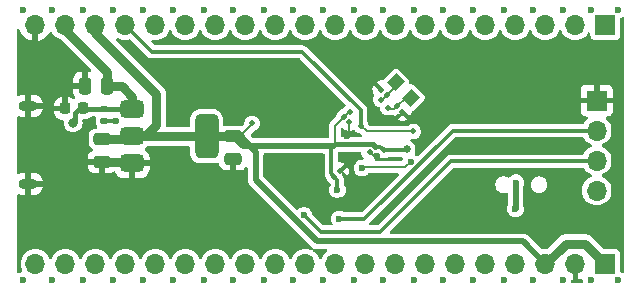
<source format=gbl>
%TF.GenerationSoftware,KiCad,Pcbnew,8.0.6*%
%TF.CreationDate,2025-02-01T08:29:42+02:00*%
%TF.ProjectId,stm32,73746d33-322e-46b6-9963-61645f706362,rev?*%
%TF.SameCoordinates,Original*%
%TF.FileFunction,Copper,L2,Bot*%
%TF.FilePolarity,Positive*%
%FSLAX46Y46*%
G04 Gerber Fmt 4.6, Leading zero omitted, Abs format (unit mm)*
G04 Created by KiCad (PCBNEW 8.0.6) date 2025-02-01 08:29:42*
%MOMM*%
%LPD*%
G01*
G04 APERTURE LIST*
G04 Aperture macros list*
%AMRoundRect*
0 Rectangle with rounded corners*
0 $1 Rounding radius*
0 $2 $3 $4 $5 $6 $7 $8 $9 X,Y pos of 4 corners*
0 Add a 4 corners polygon primitive as box body*
4,1,4,$2,$3,$4,$5,$6,$7,$8,$9,$2,$3,0*
0 Add four circle primitives for the rounded corners*
1,1,$1+$1,$2,$3*
1,1,$1+$1,$4,$5*
1,1,$1+$1,$6,$7*
1,1,$1+$1,$8,$9*
0 Add four rect primitives between the rounded corners*
20,1,$1+$1,$2,$3,$4,$5,0*
20,1,$1+$1,$4,$5,$6,$7,0*
20,1,$1+$1,$6,$7,$8,$9,0*
20,1,$1+$1,$8,$9,$2,$3,0*%
%AMRotRect*
0 Rectangle, with rotation*
0 The origin of the aperture is its center*
0 $1 length*
0 $2 width*
0 $3 Rotation angle, in degrees counterclockwise*
0 Add horizontal line*
21,1,$1,$2,0,0,$3*%
G04 Aperture macros list end*
%TA.AperFunction,ComponentPad*%
%ADD10O,1.600000X0.900000*%
%TD*%
%TA.AperFunction,ComponentPad*%
%ADD11R,1.700000X1.700000*%
%TD*%
%TA.AperFunction,ComponentPad*%
%ADD12O,1.700000X1.700000*%
%TD*%
%TA.AperFunction,SMDPad,CuDef*%
%ADD13RoundRect,0.100000X-0.021213X-0.162635X0.162635X0.021213X0.021213X0.162635X-0.162635X-0.021213X0*%
%TD*%
%TA.AperFunction,SMDPad,CuDef*%
%ADD14RoundRect,0.100000X-0.162635X0.021213X0.021213X-0.162635X0.162635X-0.021213X-0.021213X0.162635X0*%
%TD*%
%TA.AperFunction,SMDPad,CuDef*%
%ADD15RoundRect,0.250000X-0.475000X0.250000X-0.475000X-0.250000X0.475000X-0.250000X0.475000X0.250000X0*%
%TD*%
%TA.AperFunction,SMDPad,CuDef*%
%ADD16RoundRect,0.100000X0.162635X-0.021213X-0.021213X0.162635X-0.162635X0.021213X0.021213X-0.162635X0*%
%TD*%
%TA.AperFunction,SMDPad,CuDef*%
%ADD17RoundRect,0.135000X0.185000X-0.135000X0.185000X0.135000X-0.185000X0.135000X-0.185000X-0.135000X0*%
%TD*%
%TA.AperFunction,SMDPad,CuDef*%
%ADD18RoundRect,0.100000X0.021213X0.162635X-0.162635X-0.021213X-0.021213X-0.162635X0.162635X0.021213X0*%
%TD*%
%TA.AperFunction,SMDPad,CuDef*%
%ADD19RoundRect,0.375000X-0.625000X-0.375000X0.625000X-0.375000X0.625000X0.375000X-0.625000X0.375000X0*%
%TD*%
%TA.AperFunction,SMDPad,CuDef*%
%ADD20RoundRect,0.500000X-0.500000X-1.400000X0.500000X-1.400000X0.500000X1.400000X-0.500000X1.400000X0*%
%TD*%
%TA.AperFunction,SMDPad,CuDef*%
%ADD21RoundRect,0.218750X-0.218750X-0.256250X0.218750X-0.256250X0.218750X0.256250X-0.218750X0.256250X0*%
%TD*%
%TA.AperFunction,SMDPad,CuDef*%
%ADD22RoundRect,0.250000X0.250000X0.475000X-0.250000X0.475000X-0.250000X-0.475000X0.250000X-0.475000X0*%
%TD*%
%TA.AperFunction,SMDPad,CuDef*%
%ADD23RotRect,1.050000X1.100000X315.000000*%
%TD*%
%TA.AperFunction,ViaPad*%
%ADD24C,0.600000*%
%TD*%
%TA.AperFunction,ViaPad*%
%ADD25C,0.650000*%
%TD*%
%TA.AperFunction,ViaPad*%
%ADD26C,0.500000*%
%TD*%
%TA.AperFunction,ViaPad*%
%ADD27C,0.800000*%
%TD*%
%TA.AperFunction,Conductor*%
%ADD28C,0.200000*%
%TD*%
%TA.AperFunction,Conductor*%
%ADD29C,0.800000*%
%TD*%
%TA.AperFunction,Conductor*%
%ADD30C,0.300000*%
%TD*%
%TA.AperFunction,Conductor*%
%ADD31C,0.400000*%
%TD*%
%TA.AperFunction,Conductor*%
%ADD32C,0.500000*%
%TD*%
G04 APERTURE END LIST*
D10*
%TO.P,J2,6,Shield*%
%TO.N,GND*%
X108750000Y-68950000D03*
X108750000Y-75550000D03*
%TD*%
D11*
%TO.P,J3,1,Pin_1*%
%TO.N,GND*%
X156875000Y-68480000D03*
D12*
%TO.P,J3,2,Pin_2*%
%TO.N,SWCLK*%
X156875000Y-71020000D03*
%TO.P,J3,3,Pin_3*%
%TO.N,SWIO*%
X156875000Y-73560000D03*
%TO.P,J3,4,Pin_4*%
%TO.N,+3V3*%
X156875000Y-76100000D03*
%TD*%
D13*
%TO.P,C17,1*%
%TO.N,+3V3*%
X134673726Y-74926274D03*
%TO.P,C17,2*%
%TO.N,GND*%
X135126274Y-74473726D03*
%TD*%
D14*
%TO.P,C21,1*%
%TO.N,+3V3*%
X135473726Y-69873726D03*
%TO.P,C21,2*%
%TO.N,GND*%
X135926274Y-70326274D03*
%TD*%
D15*
%TO.P,C16,1*%
%TO.N,+3V3*%
X115000000Y-71750000D03*
%TO.P,C16,2*%
%TO.N,GND*%
X115000000Y-73650000D03*
%TD*%
D11*
%TO.P,J4,1,Pin_1*%
%TO.N,+3V3*%
X157620000Y-82300000D03*
D12*
%TO.P,J4,2,Pin_2*%
%TO.N,GND*%
X155080000Y-82300000D03*
%TO.P,J4,3,Pin_3*%
%TO.N,+3V3*%
X152540000Y-82300000D03*
%TO.P,J4,4,Pin_4*%
%TO.N,PB9*%
X150000000Y-82300000D03*
%TO.P,J4,5,Pin_5*%
%TO.N,PB8*%
X147460000Y-82300000D03*
%TO.P,J4,6,Pin_6*%
%TO.N,PB7*%
X144920000Y-82300000D03*
%TO.P,J4,7,Pin_7*%
%TO.N,PB6*%
X142380000Y-82300000D03*
%TO.P,J4,8,Pin_8*%
%TO.N,PB5*%
X139840000Y-82300000D03*
%TO.P,J4,9,Pin_9*%
%TO.N,PB4*%
X137300000Y-82300000D03*
%TO.P,J4,10,Pin_10*%
%TO.N,PB3*%
X134760000Y-82300000D03*
%TO.P,J4,11,Pin_11*%
%TO.N,PA15*%
X132220000Y-82300000D03*
%TO.P,J4,12,Pin_12*%
%TO.N,PA12*%
X129680000Y-82300000D03*
%TO.P,J4,13,Pin_13*%
%TO.N,PA11*%
X127140000Y-82300000D03*
%TO.P,J4,14,Pin_14*%
%TO.N,PA10*%
X124600000Y-82300000D03*
%TO.P,J4,15,Pin_15*%
%TO.N,PA9*%
X122060000Y-82300000D03*
%TO.P,J4,16,Pin_16*%
%TO.N,PA8*%
X119520000Y-82300000D03*
%TO.P,J4,17,Pin_17*%
%TO.N,PB15*%
X116980000Y-82300000D03*
%TO.P,J4,18,Pin_18*%
%TO.N,PB14*%
X114440000Y-82300000D03*
%TO.P,J4,19,Pin_19*%
%TO.N,PB13*%
X111900000Y-82300000D03*
%TO.P,J4,20,Pin_20*%
%TO.N,PB12*%
X109360000Y-82300000D03*
%TD*%
D16*
%TO.P,C12,1*%
%TO.N,GND*%
X140426274Y-69426274D03*
%TO.P,C12,2*%
%TO.N,OSC_IN*%
X139973726Y-68973726D03*
%TD*%
D17*
%TO.P,R8,1*%
%TO.N,USB_IN-*%
X115200000Y-70210000D03*
%TO.P,R8,2*%
%TO.N,+5V*%
X115200000Y-69190000D03*
%TD*%
D14*
%TO.P,C13,1*%
%TO.N,GND*%
X138647452Y-67547452D03*
%TO.P,C13,2*%
%TO.N,OSC_OUT*%
X139100000Y-68000000D03*
%TD*%
D15*
%TO.P,C6,1*%
%TO.N,+3V3*%
X126100000Y-71500000D03*
%TO.P,C6,2*%
%TO.N,GND*%
X126100000Y-73400000D03*
%TD*%
D18*
%TO.P,C18,1*%
%TO.N,+3V3*%
X138126274Y-72373726D03*
%TO.P,C18,2*%
%TO.N,GND*%
X137673726Y-72826274D03*
%TD*%
D19*
%TO.P,U2,1,GND*%
%TO.N,GND*%
X117550000Y-73800000D03*
%TO.P,U2,2,VO*%
%TO.N,+3V3*%
X117550000Y-71500000D03*
D20*
X123850000Y-71500000D03*
D19*
%TO.P,U2,3,VI*%
%TO.N,+5V*%
X117550000Y-69200000D03*
%TD*%
D21*
%TO.P,D5,1,A1*%
%TO.N,GND*%
X111850000Y-69150000D03*
%TO.P,D5,2,A2*%
%TO.N,+5V*%
X113425000Y-69150000D03*
%TD*%
D11*
%TO.P,J5,1,Pin_1*%
%TO.N,+3V3*%
X157600000Y-62100000D03*
D12*
%TO.P,J5,2,Pin_2*%
%TO.N,PC13*%
X155060000Y-62100000D03*
%TO.P,J5,3,Pin_3*%
%TO.N,PC14*%
X152520000Y-62100000D03*
%TO.P,J5,4,Pin_4*%
%TO.N,PC15*%
X149980000Y-62100000D03*
%TO.P,J5,5,Pin_5*%
%TO.N,PA0*%
X147440000Y-62100000D03*
%TO.P,J5,6,Pin_6*%
%TO.N,PA1*%
X144900000Y-62100000D03*
%TO.P,J5,7,Pin_7*%
%TO.N,PA2*%
X142360000Y-62100000D03*
%TO.P,J5,8,Pin_8*%
%TO.N,PA3*%
X139820000Y-62100000D03*
%TO.P,J5,9,Pin_9*%
%TO.N,PA4*%
X137280000Y-62100000D03*
%TO.P,J5,10,Pin_10*%
%TO.N,PA5*%
X134740000Y-62100000D03*
%TO.P,J5,11,Pin_11*%
%TO.N,PA6*%
X132200000Y-62100000D03*
%TO.P,J5,12,Pin_12*%
%TO.N,PA7*%
X129660000Y-62100000D03*
%TO.P,J5,13,Pin_13*%
%TO.N,PB0*%
X127120000Y-62100000D03*
%TO.P,J5,14,Pin_14*%
%TO.N,PB1*%
X124580000Y-62100000D03*
%TO.P,J5,15,Pin_15*%
%TO.N,PB10*%
X122040000Y-62100000D03*
%TO.P,J5,16,Pin_16*%
%TO.N,PB11*%
X119500000Y-62100000D03*
%TO.P,J5,17,Pin_17*%
%TO.N,RESET*%
X116960000Y-62100000D03*
%TO.P,J5,18,Pin_18*%
%TO.N,+3V3*%
X114420000Y-62100000D03*
%TO.P,J5,19,Pin_19*%
%TO.N,+5V*%
X111880000Y-62100000D03*
%TO.P,J5,20,Pin_20*%
%TO.N,GND*%
X109340000Y-62100000D03*
%TD*%
D22*
%TO.P,C4,1*%
%TO.N,+5V*%
X115450000Y-67250000D03*
%TO.P,C4,2*%
%TO.N,GND*%
X113550000Y-67250000D03*
%TD*%
D23*
%TO.P,Y1,1,1*%
%TO.N,OSC_OUT*%
X139845926Y-66945926D03*
%TO.P,Y1,2,2*%
%TO.N,OSC_IN*%
X141154074Y-68254074D03*
%TD*%
D24*
%TO.N,*%
X156400000Y-83700000D03*
X143900000Y-60800000D03*
X156400000Y-60800000D03*
X110800000Y-60800000D03*
X146400000Y-83700000D03*
X118500000Y-60800000D03*
X128700000Y-83700000D03*
X110800000Y-83700000D03*
X158700000Y-60800000D03*
X138800000Y-60800000D03*
X108300000Y-83700000D03*
X138800000Y-83700000D03*
X131200000Y-60800000D03*
X113400000Y-83700000D03*
X115900000Y-83700000D03*
X158700000Y-83700000D03*
X151500000Y-60800000D03*
X126100000Y-60800000D03*
X123600000Y-60800000D03*
X136300000Y-60800000D03*
X149000000Y-83700000D03*
X126100000Y-83700000D03*
X133700000Y-60800000D03*
X123600000Y-83700000D03*
X149000000Y-60800000D03*
X143900000Y-83700000D03*
X146400000Y-60800000D03*
X108300000Y-60800000D03*
X121000000Y-60800000D03*
X131200000Y-83700000D03*
X128700000Y-60800000D03*
X121000000Y-83700000D03*
X113400000Y-60800000D03*
X154000000Y-60800000D03*
X154000000Y-83700000D03*
X151500000Y-83700000D03*
X141400000Y-60800000D03*
X118500000Y-83700000D03*
X115900000Y-60800000D03*
X133700000Y-83700000D03*
X141400000Y-83700000D03*
%TO.N,GND*%
X143200000Y-65400000D03*
X111300000Y-77800000D03*
X124250000Y-67750000D03*
X124250000Y-65750000D03*
X141500000Y-69900000D03*
X133100000Y-71000000D03*
D25*
X145600000Y-78300000D03*
D24*
X117300000Y-63900000D03*
X121750000Y-67750000D03*
X108900000Y-66900000D03*
D25*
X144500000Y-77400000D03*
D24*
X135900000Y-73700000D03*
X135700000Y-71500000D03*
X118800000Y-65300000D03*
X108900000Y-79800000D03*
X136300000Y-83700000D03*
D25*
X147800000Y-78400000D03*
D24*
X138274374Y-73180786D03*
X108900000Y-77800000D03*
X111300000Y-64900000D03*
X121750000Y-65750000D03*
X132900000Y-73900000D03*
X118100000Y-64600000D03*
X111300000Y-66900000D03*
X108900000Y-64900000D03*
X126250000Y-67750000D03*
D26*
%TO.N,RESET*%
X141350000Y-71100000D03*
X136900000Y-70600000D03*
D27*
%TO.N,+5V*%
X112550000Y-70350000D03*
D26*
%TO.N,OSC_IN*%
X139171779Y-69088169D03*
%TO.N,OSC_OUT*%
X138600000Y-68400000D03*
D24*
%TO.N,SWCLK*%
X135100000Y-78500000D03*
%TO.N,SWIO*%
X132100000Y-78200000D03*
%TO.N,BOOT0*%
X137000000Y-74200000D03*
X141115380Y-73665380D03*
D26*
%TO.N,+3V3*%
X127700000Y-70400000D03*
D24*
X150000000Y-77650000D03*
D25*
X140800000Y-72600000D03*
D26*
X136000000Y-69450000D03*
D24*
X150025735Y-75425735D03*
D26*
X138850000Y-72700000D03*
D24*
X134926274Y-76026274D03*
%TO.N,USB_IN-*%
X116190000Y-70210000D03*
%TD*%
D28*
%TO.N,GND*%
X135926274Y-70326274D02*
X135926274Y-71273726D01*
X138274374Y-73180786D02*
X138028238Y-73180786D01*
D29*
X117400000Y-73650000D02*
X115000000Y-73650000D01*
D28*
X135926274Y-71273726D02*
X135700000Y-71500000D01*
D29*
X117550000Y-73800000D02*
X117400000Y-73650000D01*
D28*
X138028238Y-73180786D02*
X137673726Y-72826274D01*
%TO.N,RESET*%
X137400000Y-71100000D02*
X141350000Y-71100000D01*
D30*
X119210000Y-64350000D02*
X116960000Y-62100000D01*
D28*
X136900000Y-70600000D02*
X137400000Y-71100000D01*
D30*
X131950000Y-64350000D02*
X119210000Y-64350000D01*
X136900000Y-69300000D02*
X131950000Y-64350000D01*
X136900000Y-70600000D02*
X136900000Y-69300000D01*
D29*
%TO.N,+5V*%
X116650000Y-67250000D02*
X115450000Y-67250000D01*
X115450000Y-67250000D02*
X115450000Y-66075000D01*
X115450000Y-66075000D02*
X111880000Y-62505000D01*
D31*
X113012500Y-69187500D02*
X113600000Y-69187500D01*
X117550000Y-69200000D02*
X113612500Y-69200000D01*
D29*
X117550000Y-69200000D02*
X117550000Y-68150000D01*
D31*
X112687500Y-70212500D02*
X112687500Y-69512500D01*
D29*
X117550000Y-68150000D02*
X116650000Y-67250000D01*
X111880000Y-62505000D02*
X111880000Y-62100000D01*
D31*
X112687500Y-69512500D02*
X113012500Y-69187500D01*
X112550000Y-70350000D02*
X112687500Y-70212500D01*
D28*
%TO.N,OSC_IN*%
X139747452Y-69200000D02*
X139973726Y-68973726D01*
X139283610Y-69200000D02*
X139747452Y-69200000D01*
X140693378Y-68254074D02*
X139973726Y-68973726D01*
X139171779Y-69088169D02*
X139283610Y-69200000D01*
X141154074Y-68254074D02*
X140693378Y-68254074D01*
%TO.N,OSC_OUT*%
X139845926Y-67254074D02*
X139100000Y-68000000D01*
X139845926Y-66945926D02*
X139845926Y-67254074D01*
X138700000Y-68400000D02*
X139100000Y-68000000D01*
X138600000Y-68400000D02*
X138700000Y-68400000D01*
D30*
%TO.N,SWCLK*%
X135100000Y-78500000D02*
X137200000Y-78500000D01*
X137200000Y-78500000D02*
X144680000Y-71020000D01*
X144680000Y-71020000D02*
X156875000Y-71020000D01*
%TO.N,SWIO*%
X156835000Y-73600000D02*
X144550000Y-73600000D01*
X138550000Y-79600000D02*
X133500000Y-79600000D01*
X156875000Y-73560000D02*
X156835000Y-73600000D01*
X144550000Y-73600000D02*
X138550000Y-79600000D01*
X133500000Y-79600000D02*
X132100000Y-78200000D01*
D28*
%TO.N,BOOT0*%
X137100000Y-74100000D02*
X137000000Y-74200000D01*
X140680760Y-74100000D02*
X137100000Y-74100000D01*
X141115380Y-73665380D02*
X140680760Y-74100000D01*
D30*
%TO.N,+3V3*%
X138126274Y-72373726D02*
X138523726Y-72373726D01*
D32*
X128000000Y-72800000D02*
X126700000Y-71500000D01*
D29*
X119600000Y-70550000D02*
X118650000Y-71500000D01*
D28*
X127700000Y-70500000D02*
X126700000Y-71500000D01*
D29*
X123850000Y-71500000D02*
X125950000Y-71500000D01*
X117550000Y-71500000D02*
X123850000Y-71500000D01*
X157620000Y-82300000D02*
X155920000Y-80600000D01*
D32*
X150025735Y-77624265D02*
X150025735Y-75425735D01*
D29*
X119600000Y-67900000D02*
X119600000Y-70550000D01*
X117300000Y-71750000D02*
X117550000Y-71500000D01*
X114420000Y-62720000D02*
X119600000Y-67900000D01*
D30*
X138850000Y-72700000D02*
X140700000Y-72700000D01*
D29*
X115000000Y-71750000D02*
X117300000Y-71750000D01*
X114420000Y-62100000D02*
X114420000Y-62720000D01*
X155920000Y-80600000D02*
X154240000Y-80600000D01*
D30*
X134926274Y-75178822D02*
X134673726Y-74926274D01*
X134400000Y-74652548D02*
X134673726Y-74926274D01*
D31*
X137952548Y-72200000D02*
X138126274Y-72373726D01*
D28*
X134700000Y-70647452D02*
X134700000Y-72200000D01*
D32*
X150000000Y-77650000D02*
X150025735Y-77624265D01*
X152540000Y-82300000D02*
X150640000Y-80400000D01*
D30*
X134600000Y-72300000D02*
X134400000Y-72500000D01*
D28*
X134700000Y-72200000D02*
X134600000Y-72300000D01*
D29*
X154240000Y-80600000D02*
X152540000Y-82300000D01*
D32*
X128000000Y-75200000D02*
X128000000Y-72800000D01*
D28*
X136000000Y-69450000D02*
X135897452Y-69450000D01*
D30*
X138523726Y-72373726D02*
X138850000Y-72700000D01*
X140700000Y-72700000D02*
X140800000Y-72600000D01*
D32*
X133200000Y-80400000D02*
X128000000Y-75200000D01*
D30*
X134926274Y-76026274D02*
X134926274Y-75178822D01*
D32*
X150640000Y-80400000D02*
X133200000Y-80400000D01*
D31*
X134700000Y-72200000D02*
X137952548Y-72200000D01*
D29*
X126700000Y-71500000D02*
X126100000Y-71500000D01*
D28*
X135473726Y-69873726D02*
X134700000Y-70647452D01*
D32*
X126900000Y-72300000D02*
X126100000Y-71500000D01*
D28*
X135897452Y-69450000D02*
X135473726Y-69873726D01*
D32*
X134600000Y-72300000D02*
X126900000Y-72300000D01*
D30*
X134400000Y-72500000D02*
X134400000Y-74652548D01*
D28*
X127700000Y-70400000D02*
X127700000Y-70500000D01*
D29*
X118650000Y-71500000D02*
X117550000Y-71500000D01*
D30*
%TO.N,USB_IN-*%
X116190000Y-70210000D02*
X115200000Y-70210000D01*
%TD*%
%TA.AperFunction,Conductor*%
%TO.N,GND*%
G36*
X155330000Y-83630633D02*
G01*
X155538262Y-83574832D01*
X155608112Y-83576495D01*
X155665974Y-83615658D01*
X155693478Y-83679886D01*
X155694355Y-83694607D01*
X155694355Y-83699998D01*
X155707779Y-83810553D01*
X155696319Y-83879477D01*
X155649415Y-83931263D01*
X155584683Y-83949500D01*
X154815317Y-83949500D01*
X154748278Y-83929815D01*
X154702523Y-83877011D01*
X154692221Y-83810555D01*
X154692221Y-83810553D01*
X154700503Y-83742346D01*
X154728123Y-83678170D01*
X154786057Y-83639113D01*
X154819962Y-83638336D01*
X154830000Y-83630634D01*
X154830000Y-82733012D01*
X154887007Y-82765925D01*
X155014174Y-82800000D01*
X155145826Y-82800000D01*
X155272993Y-82765925D01*
X155330000Y-82733012D01*
X155330000Y-83630633D01*
G37*
%TD.AperFunction*%
%TA.AperFunction,Conductor*%
G36*
X108005703Y-62418669D02*
G01*
X108043477Y-62477447D01*
X108044275Y-62480289D01*
X108066566Y-62563483D01*
X108066570Y-62563492D01*
X108166399Y-62777578D01*
X108301894Y-62971082D01*
X108468917Y-63138105D01*
X108662421Y-63273600D01*
X108876507Y-63373429D01*
X108876516Y-63373433D01*
X109090000Y-63430634D01*
X109090000Y-62533012D01*
X109147007Y-62565925D01*
X109274174Y-62600000D01*
X109405826Y-62600000D01*
X109532993Y-62565925D01*
X109590000Y-62533012D01*
X109590000Y-63430633D01*
X109803483Y-63373433D01*
X109803492Y-63373429D01*
X110017578Y-63273600D01*
X110211082Y-63138105D01*
X110378105Y-62971082D01*
X110513598Y-62777580D01*
X110552509Y-62694135D01*
X110598681Y-62641695D01*
X110665875Y-62622543D01*
X110732756Y-62642758D01*
X110777273Y-62694133D01*
X110792895Y-62727633D01*
X110792898Y-62727639D01*
X110918402Y-62906877D01*
X111073123Y-63061598D01*
X111252361Y-63187102D01*
X111450670Y-63279575D01*
X111450675Y-63279576D01*
X111450679Y-63279578D01*
X111494799Y-63291399D01*
X111516692Y-63297265D01*
X111572281Y-63329359D01*
X114070340Y-65827418D01*
X114103825Y-65888741D01*
X114098841Y-65958433D01*
X114056969Y-66014366D01*
X113991505Y-66038783D01*
X113956697Y-66036351D01*
X113952692Y-66035493D01*
X113849986Y-66025000D01*
X113800000Y-66025000D01*
X113800000Y-67376000D01*
X113780315Y-67443039D01*
X113727511Y-67488794D01*
X113676000Y-67500000D01*
X112550001Y-67500000D01*
X112550001Y-67774986D01*
X112560494Y-67877697D01*
X112615641Y-68044119D01*
X112615643Y-68044124D01*
X112681939Y-68151606D01*
X112700379Y-68218999D01*
X112679456Y-68285662D01*
X112625814Y-68330432D01*
X112556484Y-68339093D01*
X112511303Y-68322242D01*
X112374577Y-68237908D01*
X112374572Y-68237906D01*
X112215083Y-68185057D01*
X112116650Y-68175000D01*
X112100000Y-68175000D01*
X112100000Y-69276000D01*
X112080315Y-69343039D01*
X112027511Y-69388794D01*
X111976000Y-69400000D01*
X110912501Y-69400000D01*
X110912501Y-69454152D01*
X110922556Y-69552583D01*
X110975406Y-69712072D01*
X110975408Y-69712077D01*
X111063614Y-69855080D01*
X111182419Y-69973885D01*
X111325422Y-70062091D01*
X111325427Y-70062093D01*
X111484916Y-70114942D01*
X111583355Y-70124999D01*
X111631028Y-70124999D01*
X111698067Y-70144682D01*
X111743823Y-70197485D01*
X111754250Y-70262882D01*
X111744435Y-70349996D01*
X111744435Y-70350003D01*
X111764630Y-70529249D01*
X111764631Y-70529254D01*
X111824211Y-70699523D01*
X111888615Y-70802020D01*
X111920184Y-70852262D01*
X112047738Y-70979816D01*
X112111694Y-71020002D01*
X112196777Y-71073464D01*
X112200478Y-71075789D01*
X112370745Y-71135368D01*
X112370750Y-71135369D01*
X112549996Y-71155565D01*
X112550000Y-71155565D01*
X112550004Y-71155565D01*
X112729249Y-71135369D01*
X112729252Y-71135368D01*
X112729255Y-71135368D01*
X112899522Y-71075789D01*
X113052262Y-70979816D01*
X113179816Y-70852262D01*
X113275789Y-70699522D01*
X113335368Y-70529255D01*
X113340095Y-70487303D01*
X113355565Y-70350003D01*
X113355565Y-70349996D01*
X113334589Y-70163825D01*
X113337645Y-70163480D01*
X113341100Y-70107325D01*
X113382413Y-70050977D01*
X113447631Y-70025909D01*
X113457708Y-70025499D01*
X113706276Y-70025499D01*
X113706286Y-70025499D01*
X113741392Y-70022737D01*
X113891639Y-69979087D01*
X114026309Y-69899443D01*
X114088934Y-69836817D01*
X114150255Y-69803334D01*
X114176614Y-69800500D01*
X114367648Y-69800500D01*
X114434687Y-69820185D01*
X114480442Y-69872989D01*
X114490763Y-69939285D01*
X114479500Y-70033072D01*
X114479500Y-70386919D01*
X114489833Y-70472977D01*
X114543837Y-70609922D01*
X114543838Y-70609923D01*
X114574665Y-70650575D01*
X114599488Y-70715886D01*
X114585060Y-70784250D01*
X114535963Y-70833961D01*
X114475861Y-70849500D01*
X114459298Y-70849500D01*
X114422432Y-70852401D01*
X114422426Y-70852402D01*
X114264606Y-70898254D01*
X114264603Y-70898255D01*
X114123137Y-70981917D01*
X114123129Y-70981923D01*
X114006923Y-71098129D01*
X114006917Y-71098137D01*
X113923255Y-71239603D01*
X113923254Y-71239606D01*
X113877402Y-71397426D01*
X113877401Y-71397432D01*
X113874500Y-71434298D01*
X113874500Y-72065701D01*
X113877401Y-72102567D01*
X113877402Y-72102573D01*
X113923254Y-72260393D01*
X113923255Y-72260396D01*
X113923256Y-72260398D01*
X113946972Y-72300500D01*
X114006917Y-72401862D01*
X114006923Y-72401870D01*
X114123129Y-72518076D01*
X114123132Y-72518078D01*
X114123135Y-72518081D01*
X114152192Y-72535265D01*
X114199875Y-72586332D01*
X114212381Y-72655073D01*
X114185736Y-72719663D01*
X114154170Y-72747535D01*
X114056656Y-72807682D01*
X113932684Y-72931654D01*
X113840643Y-73080875D01*
X113840641Y-73080880D01*
X113785494Y-73247302D01*
X113785493Y-73247309D01*
X113775000Y-73350013D01*
X113775000Y-73400000D01*
X116144000Y-73400000D01*
X116211039Y-73419685D01*
X116256794Y-73472489D01*
X116268000Y-73524000D01*
X116268000Y-73550000D01*
X119050000Y-73550000D01*
X119050000Y-73348903D01*
X119047102Y-73306175D01*
X119001168Y-73121476D01*
X118916609Y-72950977D01*
X118916607Y-72950974D01*
X118797367Y-72802633D01*
X118797366Y-72802632D01*
X118651762Y-72685592D01*
X118611843Y-72628249D01*
X118609263Y-72558427D01*
X118644842Y-72498294D01*
X118656188Y-72489563D01*
X118656130Y-72489490D01*
X118661570Y-72485150D01*
X118661576Y-72485147D01*
X118785147Y-72361576D01*
X118787063Y-72358527D01*
X118788812Y-72356979D01*
X118789490Y-72356130D01*
X118789638Y-72356248D01*
X118839398Y-72312236D01*
X118892056Y-72300500D01*
X122325501Y-72300500D01*
X122392540Y-72320185D01*
X122438295Y-72372989D01*
X122449501Y-72424500D01*
X122449501Y-72963029D01*
X122455687Y-73041643D01*
X122467845Y-73087016D01*
X122504680Y-73224488D01*
X122516308Y-73247309D01*
X122590614Y-73393146D01*
X122611122Y-73418471D01*
X122709743Y-73540257D01*
X122771730Y-73590453D01*
X122856853Y-73659385D01*
X122940371Y-73701938D01*
X123025512Y-73745320D01*
X123208355Y-73794312D01*
X123286979Y-73800500D01*
X124413020Y-73800499D01*
X124491645Y-73794312D01*
X124674488Y-73745320D01*
X124710148Y-73727149D01*
X124778812Y-73714254D01*
X124843553Y-73740529D01*
X124883811Y-73797634D01*
X124884146Y-73798630D01*
X124940642Y-73969121D01*
X124940643Y-73969124D01*
X125032684Y-74118345D01*
X125156654Y-74242315D01*
X125305875Y-74334356D01*
X125305880Y-74334358D01*
X125472302Y-74389505D01*
X125472309Y-74389506D01*
X125575019Y-74399999D01*
X125849999Y-74399999D01*
X125850000Y-74399998D01*
X125850000Y-73274000D01*
X125869685Y-73206961D01*
X125922489Y-73161206D01*
X125974000Y-73150000D01*
X126226000Y-73150000D01*
X126293039Y-73169685D01*
X126338794Y-73222489D01*
X126350000Y-73274000D01*
X126350000Y-74399999D01*
X126624972Y-74399999D01*
X126624986Y-74399998D01*
X126727697Y-74389505D01*
X126894119Y-74334358D01*
X126894124Y-74334356D01*
X127043345Y-74242315D01*
X127137819Y-74147842D01*
X127199142Y-74114357D01*
X127268834Y-74119341D01*
X127324767Y-74161213D01*
X127349184Y-74226677D01*
X127349500Y-74235523D01*
X127349500Y-75264070D01*
X127350321Y-75268195D01*
X127368914Y-75361666D01*
X127374499Y-75389744D01*
X127408720Y-75472362D01*
X127423535Y-75508127D01*
X127484740Y-75599728D01*
X127494726Y-75614673D01*
X132785325Y-80905272D01*
X132785330Y-80905276D01*
X132785331Y-80905277D01*
X132817636Y-80926862D01*
X132862441Y-80980472D01*
X132871007Y-81048658D01*
X132925274Y-81016752D01*
X132995089Y-81019523D01*
X133002922Y-81022463D01*
X133010253Y-81025500D01*
X133010260Y-81025502D01*
X133135928Y-81050500D01*
X133135931Y-81050500D01*
X133135932Y-81050500D01*
X133264069Y-81050500D01*
X133971012Y-81050500D01*
X134038051Y-81070185D01*
X134083806Y-81122989D01*
X134093750Y-81192147D01*
X134064725Y-81255703D01*
X134042135Y-81276075D01*
X133953121Y-81338402D01*
X133798402Y-81493121D01*
X133672900Y-81672357D01*
X133672898Y-81672361D01*
X133602382Y-81823583D01*
X133556209Y-81876022D01*
X133489016Y-81895174D01*
X133422135Y-81874958D01*
X133377618Y-81823583D01*
X133363118Y-81792488D01*
X133307102Y-81672362D01*
X133307100Y-81672359D01*
X133307099Y-81672357D01*
X133181599Y-81493124D01*
X133106957Y-81418482D01*
X133026877Y-81338402D01*
X132937864Y-81276074D01*
X132884339Y-81238595D01*
X132840714Y-81184018D01*
X132833806Y-81117266D01*
X132781553Y-81149545D01*
X132711695Y-81148299D01*
X132696343Y-81142347D01*
X132670220Y-81130166D01*
X132649330Y-81120425D01*
X132649326Y-81120424D01*
X132649322Y-81120422D01*
X132437977Y-81063793D01*
X132220002Y-81044723D01*
X132219998Y-81044723D01*
X132074682Y-81057436D01*
X132002023Y-81063793D01*
X132002020Y-81063793D01*
X131790677Y-81120422D01*
X131790670Y-81120424D01*
X131790670Y-81120425D01*
X131787391Y-81121954D01*
X131592361Y-81212898D01*
X131592357Y-81212900D01*
X131413121Y-81338402D01*
X131258402Y-81493121D01*
X131132900Y-81672357D01*
X131132898Y-81672361D01*
X131062382Y-81823583D01*
X131016209Y-81876022D01*
X130949016Y-81895174D01*
X130882135Y-81874958D01*
X130837618Y-81823583D01*
X130823118Y-81792488D01*
X130767102Y-81672362D01*
X130767100Y-81672359D01*
X130767099Y-81672357D01*
X130641599Y-81493124D01*
X130566957Y-81418482D01*
X130486877Y-81338402D01*
X130307639Y-81212898D01*
X130307640Y-81212898D01*
X130307638Y-81212897D01*
X130208484Y-81166661D01*
X130109330Y-81120425D01*
X130109326Y-81120424D01*
X130109322Y-81120422D01*
X129897977Y-81063793D01*
X129680002Y-81044723D01*
X129679998Y-81044723D01*
X129534682Y-81057436D01*
X129462023Y-81063793D01*
X129462020Y-81063793D01*
X129250677Y-81120422D01*
X129250670Y-81120424D01*
X129250670Y-81120425D01*
X129247391Y-81121954D01*
X129052361Y-81212898D01*
X129052357Y-81212900D01*
X128873121Y-81338402D01*
X128718402Y-81493121D01*
X128592900Y-81672357D01*
X128592898Y-81672361D01*
X128522382Y-81823583D01*
X128476209Y-81876022D01*
X128409016Y-81895174D01*
X128342135Y-81874958D01*
X128297618Y-81823583D01*
X128283118Y-81792488D01*
X128227102Y-81672362D01*
X128227100Y-81672359D01*
X128227099Y-81672357D01*
X128101599Y-81493124D01*
X128026957Y-81418482D01*
X127946877Y-81338402D01*
X127767639Y-81212898D01*
X127767640Y-81212898D01*
X127767638Y-81212897D01*
X127668484Y-81166661D01*
X127569330Y-81120425D01*
X127569326Y-81120424D01*
X127569322Y-81120422D01*
X127357977Y-81063793D01*
X127140002Y-81044723D01*
X127139998Y-81044723D01*
X126994682Y-81057436D01*
X126922023Y-81063793D01*
X126922020Y-81063793D01*
X126710677Y-81120422D01*
X126710670Y-81120424D01*
X126710670Y-81120425D01*
X126707391Y-81121954D01*
X126512361Y-81212898D01*
X126512357Y-81212900D01*
X126333121Y-81338402D01*
X126178402Y-81493121D01*
X126052900Y-81672357D01*
X126052898Y-81672361D01*
X125982382Y-81823583D01*
X125936209Y-81876022D01*
X125869016Y-81895174D01*
X125802135Y-81874958D01*
X125757618Y-81823583D01*
X125743118Y-81792488D01*
X125687102Y-81672362D01*
X125687100Y-81672359D01*
X125687099Y-81672357D01*
X125561599Y-81493124D01*
X125486957Y-81418482D01*
X125406877Y-81338402D01*
X125227639Y-81212898D01*
X125227640Y-81212898D01*
X125227638Y-81212897D01*
X125128484Y-81166661D01*
X125029330Y-81120425D01*
X125029326Y-81120424D01*
X125029322Y-81120422D01*
X124817977Y-81063793D01*
X124600002Y-81044723D01*
X124599998Y-81044723D01*
X124454682Y-81057436D01*
X124382023Y-81063793D01*
X124382020Y-81063793D01*
X124170677Y-81120422D01*
X124170670Y-81120424D01*
X124170670Y-81120425D01*
X124167391Y-81121954D01*
X123972361Y-81212898D01*
X123972357Y-81212900D01*
X123793121Y-81338402D01*
X123638402Y-81493121D01*
X123512900Y-81672357D01*
X123512898Y-81672361D01*
X123442382Y-81823583D01*
X123396209Y-81876022D01*
X123329016Y-81895174D01*
X123262135Y-81874958D01*
X123217618Y-81823583D01*
X123203118Y-81792488D01*
X123147102Y-81672362D01*
X123147100Y-81672359D01*
X123147099Y-81672357D01*
X123021599Y-81493124D01*
X122946957Y-81418482D01*
X122866877Y-81338402D01*
X122687639Y-81212898D01*
X122687640Y-81212898D01*
X122687638Y-81212897D01*
X122588484Y-81166661D01*
X122489330Y-81120425D01*
X122489326Y-81120424D01*
X122489322Y-81120422D01*
X122277977Y-81063793D01*
X122060002Y-81044723D01*
X122059998Y-81044723D01*
X121914682Y-81057436D01*
X121842023Y-81063793D01*
X121842020Y-81063793D01*
X121630677Y-81120422D01*
X121630670Y-81120424D01*
X121630670Y-81120425D01*
X121627391Y-81121954D01*
X121432361Y-81212898D01*
X121432357Y-81212900D01*
X121253121Y-81338402D01*
X121098402Y-81493121D01*
X120972900Y-81672357D01*
X120972898Y-81672361D01*
X120902382Y-81823583D01*
X120856209Y-81876022D01*
X120789016Y-81895174D01*
X120722135Y-81874958D01*
X120677618Y-81823583D01*
X120663118Y-81792488D01*
X120607102Y-81672362D01*
X120607100Y-81672359D01*
X120607099Y-81672357D01*
X120481599Y-81493124D01*
X120406957Y-81418482D01*
X120326877Y-81338402D01*
X120147639Y-81212898D01*
X120147640Y-81212898D01*
X120147638Y-81212897D01*
X120048484Y-81166661D01*
X119949330Y-81120425D01*
X119949326Y-81120424D01*
X119949322Y-81120422D01*
X119737977Y-81063793D01*
X119520002Y-81044723D01*
X119519998Y-81044723D01*
X119374682Y-81057436D01*
X119302023Y-81063793D01*
X119302020Y-81063793D01*
X119090677Y-81120422D01*
X119090670Y-81120424D01*
X119090670Y-81120425D01*
X119087391Y-81121954D01*
X118892361Y-81212898D01*
X118892357Y-81212900D01*
X118713121Y-81338402D01*
X118558402Y-81493121D01*
X118432900Y-81672357D01*
X118432898Y-81672361D01*
X118362382Y-81823583D01*
X118316209Y-81876022D01*
X118249016Y-81895174D01*
X118182135Y-81874958D01*
X118137618Y-81823583D01*
X118123118Y-81792488D01*
X118067102Y-81672362D01*
X118067100Y-81672359D01*
X118067099Y-81672357D01*
X117941599Y-81493124D01*
X117866957Y-81418482D01*
X117786877Y-81338402D01*
X117607639Y-81212898D01*
X117607640Y-81212898D01*
X117607638Y-81212897D01*
X117508484Y-81166661D01*
X117409330Y-81120425D01*
X117409326Y-81120424D01*
X117409322Y-81120422D01*
X117197977Y-81063793D01*
X116980002Y-81044723D01*
X116979998Y-81044723D01*
X116834682Y-81057436D01*
X116762023Y-81063793D01*
X116762020Y-81063793D01*
X116550677Y-81120422D01*
X116550670Y-81120424D01*
X116550670Y-81120425D01*
X116547391Y-81121954D01*
X116352361Y-81212898D01*
X116352357Y-81212900D01*
X116173121Y-81338402D01*
X116018402Y-81493121D01*
X115892900Y-81672357D01*
X115892898Y-81672361D01*
X115822382Y-81823583D01*
X115776209Y-81876022D01*
X115709016Y-81895174D01*
X115642135Y-81874958D01*
X115597618Y-81823583D01*
X115583118Y-81792488D01*
X115527102Y-81672362D01*
X115527100Y-81672359D01*
X115527099Y-81672357D01*
X115401599Y-81493124D01*
X115326957Y-81418482D01*
X115246877Y-81338402D01*
X115067639Y-81212898D01*
X115067640Y-81212898D01*
X115067638Y-81212897D01*
X114968484Y-81166661D01*
X114869330Y-81120425D01*
X114869326Y-81120424D01*
X114869322Y-81120422D01*
X114657977Y-81063793D01*
X114440002Y-81044723D01*
X114439998Y-81044723D01*
X114294682Y-81057436D01*
X114222023Y-81063793D01*
X114222020Y-81063793D01*
X114010677Y-81120422D01*
X114010670Y-81120424D01*
X114010670Y-81120425D01*
X114007391Y-81121954D01*
X113812361Y-81212898D01*
X113812357Y-81212900D01*
X113633121Y-81338402D01*
X113478402Y-81493121D01*
X113352900Y-81672357D01*
X113352898Y-81672361D01*
X113282382Y-81823583D01*
X113236209Y-81876022D01*
X113169016Y-81895174D01*
X113102135Y-81874958D01*
X113057618Y-81823583D01*
X113043118Y-81792488D01*
X112987102Y-81672362D01*
X112987100Y-81672359D01*
X112987099Y-81672357D01*
X112861599Y-81493124D01*
X112786957Y-81418482D01*
X112706877Y-81338402D01*
X112527639Y-81212898D01*
X112527640Y-81212898D01*
X112527638Y-81212897D01*
X112428484Y-81166661D01*
X112329330Y-81120425D01*
X112329326Y-81120424D01*
X112329322Y-81120422D01*
X112117977Y-81063793D01*
X111900002Y-81044723D01*
X111899998Y-81044723D01*
X111754682Y-81057436D01*
X111682023Y-81063793D01*
X111682020Y-81063793D01*
X111470677Y-81120422D01*
X111470670Y-81120424D01*
X111470670Y-81120425D01*
X111467391Y-81121954D01*
X111272361Y-81212898D01*
X111272357Y-81212900D01*
X111093121Y-81338402D01*
X110938402Y-81493121D01*
X110812900Y-81672357D01*
X110812898Y-81672361D01*
X110742382Y-81823583D01*
X110696209Y-81876022D01*
X110629016Y-81895174D01*
X110562135Y-81874958D01*
X110517618Y-81823583D01*
X110503118Y-81792488D01*
X110447102Y-81672362D01*
X110447100Y-81672359D01*
X110447099Y-81672357D01*
X110321599Y-81493124D01*
X110246957Y-81418482D01*
X110166877Y-81338402D01*
X109987639Y-81212898D01*
X109987640Y-81212898D01*
X109987638Y-81212897D01*
X109888484Y-81166661D01*
X109789330Y-81120425D01*
X109789326Y-81120424D01*
X109789322Y-81120422D01*
X109577977Y-81063793D01*
X109360002Y-81044723D01*
X109359998Y-81044723D01*
X109214682Y-81057436D01*
X109142023Y-81063793D01*
X109142020Y-81063793D01*
X108930677Y-81120422D01*
X108930670Y-81120424D01*
X108930670Y-81120425D01*
X108927391Y-81121954D01*
X108732361Y-81212898D01*
X108732357Y-81212900D01*
X108553121Y-81338402D01*
X108398402Y-81493121D01*
X108272900Y-81672357D01*
X108272898Y-81672361D01*
X108180426Y-81870668D01*
X108180422Y-81870677D01*
X108123793Y-82082020D01*
X108123793Y-82082024D01*
X108104723Y-82299997D01*
X108104723Y-82300002D01*
X108123793Y-82517975D01*
X108123793Y-82517979D01*
X108180422Y-82729322D01*
X108180424Y-82729326D01*
X108180425Y-82729330D01*
X108197490Y-82765925D01*
X108233232Y-82842575D01*
X108243724Y-82911653D01*
X108215204Y-82975437D01*
X108156727Y-83013676D01*
X108150525Y-83015377D01*
X108049775Y-83040209D01*
X107982125Y-83075715D01*
X107913617Y-83089439D01*
X107848564Y-83063947D01*
X107807620Y-83007331D01*
X107800500Y-82965918D01*
X107800500Y-76515530D01*
X107820185Y-76448491D01*
X107872989Y-76402736D01*
X107942147Y-76392792D01*
X107971953Y-76400969D01*
X108122894Y-76463491D01*
X108122902Y-76463493D01*
X108306428Y-76499999D01*
X108306431Y-76500000D01*
X108500000Y-76500000D01*
X108500000Y-75800000D01*
X109000000Y-75800000D01*
X109000000Y-76500000D01*
X109193569Y-76500000D01*
X109193571Y-76499999D01*
X109377097Y-76463493D01*
X109377105Y-76463491D01*
X109549991Y-76391880D01*
X109550000Y-76391875D01*
X109705589Y-76287913D01*
X109705593Y-76287910D01*
X109837910Y-76155593D01*
X109837913Y-76155589D01*
X109941875Y-76000000D01*
X109941880Y-75999991D01*
X110013492Y-75827103D01*
X110013493Y-75827100D01*
X110018884Y-75800000D01*
X109149728Y-75800000D01*
X109241614Y-75761940D01*
X109311940Y-75691614D01*
X109350000Y-75599728D01*
X109350000Y-75500272D01*
X109311940Y-75408386D01*
X109241614Y-75338060D01*
X109149728Y-75300000D01*
X110018884Y-75300000D01*
X110018884Y-75299999D01*
X110013493Y-75272899D01*
X110013492Y-75272896D01*
X109941880Y-75100008D01*
X109941875Y-75099999D01*
X109837913Y-74944410D01*
X109837910Y-74944406D01*
X109705593Y-74812089D01*
X109705589Y-74812086D01*
X109550000Y-74708124D01*
X109549991Y-74708119D01*
X109377105Y-74636508D01*
X109377097Y-74636506D01*
X109193570Y-74600000D01*
X109000000Y-74600000D01*
X109000000Y-75300000D01*
X108500000Y-75300000D01*
X108500000Y-74600000D01*
X108306430Y-74600000D01*
X108122902Y-74636506D01*
X108122890Y-74636509D01*
X107971952Y-74699030D01*
X107902483Y-74706499D01*
X107840004Y-74675224D01*
X107804352Y-74615135D01*
X107800500Y-74584469D01*
X107800500Y-73949986D01*
X113775001Y-73949986D01*
X113785494Y-74052697D01*
X113840641Y-74219119D01*
X113840643Y-74219124D01*
X113932684Y-74368345D01*
X114056654Y-74492315D01*
X114205875Y-74584356D01*
X114205880Y-74584358D01*
X114372302Y-74639505D01*
X114372309Y-74639506D01*
X114475019Y-74649999D01*
X114749999Y-74649999D01*
X115250000Y-74649999D01*
X115524972Y-74649999D01*
X115524986Y-74649998D01*
X115627697Y-74639505D01*
X115794119Y-74584358D01*
X115794124Y-74584356D01*
X115949491Y-74488525D01*
X115950795Y-74490639D01*
X116004687Y-74468880D01*
X116073333Y-74481900D01*
X116124042Y-74529966D01*
X116127927Y-74537189D01*
X116183390Y-74649022D01*
X116183392Y-74649025D01*
X116302632Y-74797366D01*
X116302633Y-74797367D01*
X116450974Y-74916607D01*
X116450977Y-74916609D01*
X116621476Y-75001168D01*
X116806175Y-75047102D01*
X116848903Y-75050000D01*
X117300000Y-75050000D01*
X117800000Y-75050000D01*
X118251097Y-75050000D01*
X118293824Y-75047102D01*
X118478523Y-75001168D01*
X118649022Y-74916609D01*
X118649025Y-74916607D01*
X118797366Y-74797367D01*
X118797367Y-74797366D01*
X118916607Y-74649025D01*
X118916609Y-74649022D01*
X119001168Y-74478523D01*
X119047102Y-74293824D01*
X119050000Y-74251096D01*
X119050000Y-74050000D01*
X117800000Y-74050000D01*
X117800000Y-75050000D01*
X117300000Y-75050000D01*
X117300000Y-74050000D01*
X116131000Y-74050000D01*
X116063961Y-74030315D01*
X116018206Y-73977511D01*
X116007000Y-73926000D01*
X116007000Y-73900000D01*
X115250000Y-73900000D01*
X115250000Y-74649999D01*
X114749999Y-74649999D01*
X114750000Y-74649998D01*
X114750000Y-73900000D01*
X113775001Y-73900000D01*
X113775001Y-73949986D01*
X107800500Y-73949986D01*
X107800500Y-69915530D01*
X107820185Y-69848491D01*
X107872989Y-69802736D01*
X107942147Y-69792792D01*
X107971953Y-69800969D01*
X108122894Y-69863491D01*
X108122902Y-69863493D01*
X108306428Y-69899999D01*
X108306431Y-69900000D01*
X108500000Y-69900000D01*
X108500000Y-69200000D01*
X109000000Y-69200000D01*
X109000000Y-69900000D01*
X109193569Y-69900000D01*
X109193571Y-69899999D01*
X109377097Y-69863493D01*
X109377105Y-69863491D01*
X109549991Y-69791880D01*
X109550000Y-69791875D01*
X109705589Y-69687913D01*
X109705593Y-69687910D01*
X109837910Y-69555593D01*
X109837913Y-69555589D01*
X109941875Y-69400000D01*
X109941880Y-69399991D01*
X110013492Y-69227103D01*
X110013493Y-69227100D01*
X110018884Y-69200000D01*
X109149728Y-69200000D01*
X109241614Y-69161940D01*
X109311940Y-69091614D01*
X109350000Y-68999728D01*
X109350000Y-68900272D01*
X109327458Y-68845849D01*
X110912500Y-68845849D01*
X110912500Y-68900000D01*
X111600000Y-68900000D01*
X111600000Y-68174999D01*
X111583356Y-68175000D01*
X111484915Y-68185057D01*
X111325427Y-68237906D01*
X111325422Y-68237908D01*
X111182419Y-68326114D01*
X111063614Y-68444919D01*
X110975408Y-68587922D01*
X110975406Y-68587927D01*
X110922557Y-68747416D01*
X110912500Y-68845849D01*
X109327458Y-68845849D01*
X109311940Y-68808386D01*
X109241614Y-68738060D01*
X109149728Y-68700000D01*
X110018884Y-68700000D01*
X110018884Y-68699999D01*
X110013493Y-68672899D01*
X110013492Y-68672896D01*
X109941880Y-68500008D01*
X109941875Y-68499999D01*
X109837913Y-68344410D01*
X109837910Y-68344406D01*
X109705593Y-68212089D01*
X109705589Y-68212086D01*
X109550000Y-68108124D01*
X109549991Y-68108119D01*
X109377105Y-68036508D01*
X109377097Y-68036506D01*
X109193570Y-68000000D01*
X109000000Y-68000000D01*
X109000000Y-68700000D01*
X108500000Y-68700000D01*
X108500000Y-68000000D01*
X108306430Y-68000000D01*
X108122902Y-68036506D01*
X108122890Y-68036509D01*
X107971952Y-68099030D01*
X107902483Y-68106499D01*
X107840004Y-68075224D01*
X107804352Y-68015135D01*
X107800500Y-67984469D01*
X107800500Y-66725013D01*
X112550000Y-66725013D01*
X112550000Y-67000000D01*
X113300000Y-67000000D01*
X113300000Y-66025000D01*
X113299999Y-66024999D01*
X113250029Y-66025000D01*
X113250011Y-66025001D01*
X113147302Y-66035494D01*
X112980880Y-66090641D01*
X112980875Y-66090643D01*
X112831654Y-66182684D01*
X112707684Y-66306654D01*
X112615643Y-66455875D01*
X112615641Y-66455880D01*
X112560494Y-66622302D01*
X112560493Y-66622309D01*
X112550000Y-66725013D01*
X107800500Y-66725013D01*
X107800500Y-62512382D01*
X107820185Y-62445343D01*
X107872989Y-62399588D01*
X107942147Y-62389644D01*
X108005703Y-62418669D01*
G37*
%TD.AperFunction*%
%TA.AperFunction,Conductor*%
G36*
X159151436Y-61436052D02*
G01*
X159192380Y-61492667D01*
X159199500Y-61534081D01*
X159199500Y-82965918D01*
X159179815Y-83032957D01*
X159127011Y-83078712D01*
X159057853Y-83088656D01*
X159017875Y-83075715D01*
X158943585Y-83036725D01*
X158944206Y-83035541D01*
X158894817Y-82998135D01*
X158870767Y-82932535D01*
X158870499Y-82924382D01*
X158870499Y-81418482D01*
X158867651Y-81400500D01*
X158855646Y-81324696D01*
X158798050Y-81211658D01*
X158798046Y-81211654D01*
X158798045Y-81211652D01*
X158708347Y-81121954D01*
X158708344Y-81121952D01*
X158708342Y-81121950D01*
X158631517Y-81082805D01*
X158595301Y-81064352D01*
X158501524Y-81049500D01*
X158501519Y-81049500D01*
X157552940Y-81049500D01*
X157485901Y-81029815D01*
X157465259Y-81013181D01*
X156430292Y-79978213D01*
X156430288Y-79978210D01*
X156299185Y-79890609D01*
X156299172Y-79890602D01*
X156153501Y-79830264D01*
X156153489Y-79830261D01*
X155998845Y-79799500D01*
X155998842Y-79799500D01*
X154318842Y-79799500D01*
X154161158Y-79799500D01*
X154161155Y-79799500D01*
X154006510Y-79830261D01*
X154006498Y-79830264D01*
X153860827Y-79890602D01*
X153860814Y-79890609D01*
X153729711Y-79978210D01*
X153729707Y-79978213D01*
X152694173Y-81013747D01*
X152632850Y-81047232D01*
X152595686Y-81049594D01*
X152540004Y-81044723D01*
X152539998Y-81044723D01*
X152322029Y-81063792D01*
X152322025Y-81063792D01*
X152322023Y-81063793D01*
X152322017Y-81063794D01*
X152322015Y-81063795D01*
X152313659Y-81066034D01*
X152243809Y-81064370D01*
X152193886Y-81033940D01*
X151054674Y-79894727D01*
X151054673Y-79894726D01*
X151054669Y-79894723D01*
X150948127Y-79823535D01*
X150829744Y-79774499D01*
X150829738Y-79774497D01*
X150704071Y-79749500D01*
X150704069Y-79749500D01*
X139478387Y-79749500D01*
X139411348Y-79729815D01*
X139365593Y-79677011D01*
X139355649Y-79607853D01*
X139384674Y-79544297D01*
X139390706Y-79537819D01*
X143259530Y-75668995D01*
X148299499Y-75668995D01*
X148326418Y-75804322D01*
X148326421Y-75804332D01*
X148379221Y-75931804D01*
X148379228Y-75931817D01*
X148455885Y-76046541D01*
X148455888Y-76046545D01*
X148553454Y-76144111D01*
X148553458Y-76144114D01*
X148668182Y-76220771D01*
X148668195Y-76220778D01*
X148794472Y-76273083D01*
X148795672Y-76273580D01*
X148795676Y-76273580D01*
X148795677Y-76273581D01*
X148931004Y-76300500D01*
X148931007Y-76300500D01*
X149068995Y-76300500D01*
X149160041Y-76282389D01*
X149204328Y-76273580D01*
X149204335Y-76273576D01*
X149210155Y-76271812D01*
X149210540Y-76273083D01*
X149273232Y-76266333D01*
X149335716Y-76297597D01*
X149371378Y-76357680D01*
X149375235Y-76388366D01*
X149375235Y-77299206D01*
X149367177Y-77343176D01*
X149314861Y-77481122D01*
X149314859Y-77481130D01*
X149294355Y-77650000D01*
X149314859Y-77818869D01*
X149314860Y-77818874D01*
X149375182Y-77977931D01*
X149411900Y-78031125D01*
X149471817Y-78117929D01*
X149532928Y-78172068D01*
X149599150Y-78230736D01*
X149749773Y-78309789D01*
X149749775Y-78309790D01*
X149914944Y-78350500D01*
X150085056Y-78350500D01*
X150250225Y-78309790D01*
X150329692Y-78268081D01*
X150400849Y-78230736D01*
X150400850Y-78230734D01*
X150400852Y-78230734D01*
X150528183Y-78117929D01*
X150624818Y-77977930D01*
X150685140Y-77818872D01*
X150705645Y-77650000D01*
X150685140Y-77481128D01*
X150684292Y-77478891D01*
X150683433Y-77474206D01*
X150683345Y-77473847D01*
X150683366Y-77473841D01*
X150676235Y-77434923D01*
X150676235Y-75708669D01*
X150683506Y-75668995D01*
X151299499Y-75668995D01*
X151326418Y-75804322D01*
X151326421Y-75804332D01*
X151379221Y-75931804D01*
X151379228Y-75931817D01*
X151455885Y-76046541D01*
X151455888Y-76046545D01*
X151553454Y-76144111D01*
X151553458Y-76144114D01*
X151668182Y-76220771D01*
X151668195Y-76220778D01*
X151794472Y-76273083D01*
X151795672Y-76273580D01*
X151795676Y-76273580D01*
X151795677Y-76273581D01*
X151931004Y-76300500D01*
X151931007Y-76300500D01*
X152068995Y-76300500D01*
X152160041Y-76282389D01*
X152204328Y-76273580D01*
X152331811Y-76220775D01*
X152446542Y-76144114D01*
X152544114Y-76046542D01*
X152620775Y-75931811D01*
X152673580Y-75804328D01*
X152694662Y-75698342D01*
X152700500Y-75668995D01*
X152700500Y-75531004D01*
X152673581Y-75395677D01*
X152673580Y-75395676D01*
X152673580Y-75395672D01*
X152659494Y-75361665D01*
X152620778Y-75268195D01*
X152620771Y-75268182D01*
X152544114Y-75153458D01*
X152544111Y-75153454D01*
X152446545Y-75055888D01*
X152446541Y-75055885D01*
X152331817Y-74979228D01*
X152331804Y-74979221D01*
X152204332Y-74926421D01*
X152204322Y-74926418D01*
X152068995Y-74899500D01*
X152068993Y-74899500D01*
X151931007Y-74899500D01*
X151931005Y-74899500D01*
X151795677Y-74926418D01*
X151795667Y-74926421D01*
X151668195Y-74979221D01*
X151668182Y-74979228D01*
X151553458Y-75055885D01*
X151553454Y-75055888D01*
X151455888Y-75153454D01*
X151455885Y-75153458D01*
X151379228Y-75268182D01*
X151379221Y-75268195D01*
X151326421Y-75395667D01*
X151326418Y-75395677D01*
X151299500Y-75531004D01*
X151299500Y-75531007D01*
X151299500Y-75668993D01*
X151299500Y-75668995D01*
X151299499Y-75668995D01*
X150683506Y-75668995D01*
X150684293Y-75664698D01*
X150710874Y-75594610D01*
X150710875Y-75594605D01*
X150716044Y-75552035D01*
X150731380Y-75425735D01*
X150710875Y-75256863D01*
X150650553Y-75097805D01*
X150553918Y-74957806D01*
X150447799Y-74863793D01*
X150426584Y-74844998D01*
X150275961Y-74765945D01*
X150110791Y-74725235D01*
X149940679Y-74725235D01*
X149775508Y-74765945D01*
X149624885Y-74844998D01*
X149497547Y-74957810D01*
X149495744Y-74959846D01*
X149494051Y-74960907D01*
X149491938Y-74962780D01*
X149491626Y-74962428D01*
X149436553Y-74996969D01*
X149366687Y-74996198D01*
X149334039Y-74980714D01*
X149331811Y-74979225D01*
X149331808Y-74979223D01*
X149331807Y-74979223D01*
X149204332Y-74926421D01*
X149204322Y-74926418D01*
X149068995Y-74899500D01*
X149068993Y-74899500D01*
X148931007Y-74899500D01*
X148931005Y-74899500D01*
X148795677Y-74926418D01*
X148795667Y-74926421D01*
X148668195Y-74979221D01*
X148668182Y-74979228D01*
X148553458Y-75055885D01*
X148553454Y-75055888D01*
X148455888Y-75153454D01*
X148455885Y-75153458D01*
X148379228Y-75268182D01*
X148379221Y-75268195D01*
X148326421Y-75395667D01*
X148326418Y-75395677D01*
X148299500Y-75531004D01*
X148299500Y-75531007D01*
X148299500Y-75668993D01*
X148299500Y-75668995D01*
X148299499Y-75668995D01*
X143259530Y-75668995D01*
X144741706Y-74186819D01*
X144803029Y-74153334D01*
X144829387Y-74150500D01*
X155697343Y-74150500D01*
X155764382Y-74170185D01*
X155798915Y-74203373D01*
X155913402Y-74366877D01*
X156068123Y-74521598D01*
X156236513Y-74639506D01*
X156247361Y-74647102D01*
X156398583Y-74717618D01*
X156451022Y-74763790D01*
X156470174Y-74830984D01*
X156449958Y-74897865D01*
X156398583Y-74942382D01*
X156247361Y-75012898D01*
X156247357Y-75012900D01*
X156068121Y-75138402D01*
X155913402Y-75293121D01*
X155787900Y-75472357D01*
X155787898Y-75472361D01*
X155695426Y-75670668D01*
X155695422Y-75670677D01*
X155638793Y-75882020D01*
X155638793Y-75882024D01*
X155619723Y-76099997D01*
X155619723Y-76100002D01*
X155638793Y-76317975D01*
X155638793Y-76317979D01*
X155695422Y-76529322D01*
X155695424Y-76529326D01*
X155695425Y-76529330D01*
X155731647Y-76607008D01*
X155787897Y-76727638D01*
X155787898Y-76727639D01*
X155913402Y-76906877D01*
X156068123Y-77061598D01*
X156247361Y-77187102D01*
X156445670Y-77279575D01*
X156657023Y-77336207D01*
X156839926Y-77352208D01*
X156874998Y-77355277D01*
X156875000Y-77355277D01*
X156875002Y-77355277D01*
X156903254Y-77352805D01*
X157092977Y-77336207D01*
X157304330Y-77279575D01*
X157502639Y-77187102D01*
X157681877Y-77061598D01*
X157836598Y-76906877D01*
X157962102Y-76727639D01*
X158054575Y-76529330D01*
X158111207Y-76317977D01*
X158130277Y-76100000D01*
X158111207Y-75882023D01*
X158054575Y-75670670D01*
X157962102Y-75472362D01*
X157962100Y-75472359D01*
X157962099Y-75472357D01*
X157836599Y-75293124D01*
X157764334Y-75220859D01*
X157681877Y-75138402D01*
X157502639Y-75012898D01*
X157351414Y-74942381D01*
X157298977Y-74896210D01*
X157279825Y-74829016D01*
X157300041Y-74762135D01*
X157351414Y-74717618D01*
X157502639Y-74647102D01*
X157681877Y-74521598D01*
X157836598Y-74366877D01*
X157962102Y-74187639D01*
X158054575Y-73989330D01*
X158111207Y-73777977D01*
X158127805Y-73588254D01*
X158130277Y-73560002D01*
X158130277Y-73559997D01*
X158122621Y-73472489D01*
X158111207Y-73342023D01*
X158059775Y-73150076D01*
X158054577Y-73130677D01*
X158054576Y-73130676D01*
X158054575Y-73130670D01*
X157962102Y-72932362D01*
X157962100Y-72932359D01*
X157962099Y-72932357D01*
X157836599Y-72753124D01*
X157769067Y-72685592D01*
X157681877Y-72598402D01*
X157502639Y-72472898D01*
X157351414Y-72402381D01*
X157298977Y-72356210D01*
X157279825Y-72289016D01*
X157300041Y-72222135D01*
X157351414Y-72177618D01*
X157502639Y-72107102D01*
X157681877Y-71981598D01*
X157836598Y-71826877D01*
X157962102Y-71647639D01*
X158054575Y-71449330D01*
X158111207Y-71237977D01*
X158130277Y-71020000D01*
X158129665Y-71013009D01*
X158120697Y-70910500D01*
X158111207Y-70802023D01*
X158056549Y-70598037D01*
X158054577Y-70590677D01*
X158054576Y-70590676D01*
X158054575Y-70590670D01*
X157962102Y-70392362D01*
X157962100Y-70392359D01*
X157962099Y-70392357D01*
X157836599Y-70213124D01*
X157768157Y-70144682D01*
X157681877Y-70058402D01*
X157677835Y-70055572D01*
X157634213Y-70000997D01*
X157627021Y-69931498D01*
X157658544Y-69869144D01*
X157718774Y-69833731D01*
X157748962Y-69830000D01*
X157772828Y-69830000D01*
X157772844Y-69829999D01*
X157832372Y-69823598D01*
X157832379Y-69823596D01*
X157967086Y-69773354D01*
X157967093Y-69773350D01*
X158082187Y-69687190D01*
X158082190Y-69687187D01*
X158168350Y-69572093D01*
X158168356Y-69572083D01*
X158218596Y-69437379D01*
X158218598Y-69437372D01*
X158224999Y-69377844D01*
X158225000Y-69377827D01*
X158225000Y-68730000D01*
X157308012Y-68730000D01*
X157340925Y-68672993D01*
X157375000Y-68545826D01*
X157375000Y-68414174D01*
X157340925Y-68287007D01*
X157308012Y-68230000D01*
X158225000Y-68230000D01*
X158225000Y-67582172D01*
X158224999Y-67582155D01*
X158218598Y-67522627D01*
X158218596Y-67522620D01*
X158168354Y-67387913D01*
X158168350Y-67387906D01*
X158082190Y-67272812D01*
X158082187Y-67272809D01*
X157967093Y-67186649D01*
X157967086Y-67186645D01*
X157832379Y-67136403D01*
X157832372Y-67136401D01*
X157772844Y-67130000D01*
X157125000Y-67130000D01*
X157125000Y-68046988D01*
X157067993Y-68014075D01*
X156940826Y-67980000D01*
X156809174Y-67980000D01*
X156682007Y-68014075D01*
X156625000Y-68046988D01*
X156625000Y-67130000D01*
X155977155Y-67130000D01*
X155917627Y-67136401D01*
X155917620Y-67136403D01*
X155782913Y-67186645D01*
X155782906Y-67186649D01*
X155667812Y-67272809D01*
X155667809Y-67272812D01*
X155581649Y-67387906D01*
X155581645Y-67387913D01*
X155531403Y-67522620D01*
X155531401Y-67522627D01*
X155525000Y-67582155D01*
X155525000Y-68230000D01*
X156441988Y-68230000D01*
X156409075Y-68287007D01*
X156375000Y-68414174D01*
X156375000Y-68545826D01*
X156409075Y-68672993D01*
X156441988Y-68730000D01*
X155525000Y-68730000D01*
X155525000Y-69377844D01*
X155531401Y-69437372D01*
X155531403Y-69437379D01*
X155581644Y-69572083D01*
X155581649Y-69572093D01*
X155667809Y-69687187D01*
X155667812Y-69687190D01*
X155782906Y-69773350D01*
X155782913Y-69773354D01*
X155917620Y-69823596D01*
X155917627Y-69823598D01*
X155977155Y-69829999D01*
X155977172Y-69830000D01*
X156001037Y-69830000D01*
X156068076Y-69849685D01*
X156113831Y-69902489D01*
X156123775Y-69971647D01*
X156094750Y-70035203D01*
X156072159Y-70055576D01*
X156068119Y-70058404D01*
X155913403Y-70213120D01*
X155787899Y-70392360D01*
X155787898Y-70392362D01*
X155785314Y-70397903D01*
X155739145Y-70450342D01*
X155672932Y-70469500D01*
X144607525Y-70469500D01*
X144468253Y-70506818D01*
X144468252Y-70506817D01*
X144467518Y-70507014D01*
X144341986Y-70579489D01*
X144341983Y-70579491D01*
X141768764Y-73152709D01*
X141707441Y-73186194D01*
X141637749Y-73181210D01*
X141598856Y-73157844D01*
X141583484Y-73144226D01*
X141516232Y-73084646D01*
X141511113Y-73081959D01*
X141460903Y-73033374D01*
X141444930Y-72965354D01*
X141455721Y-72923429D01*
X141455489Y-72923348D01*
X141456446Y-72920610D01*
X141457028Y-72918353D01*
X141457783Y-72916784D01*
X141457789Y-72916775D01*
X141511786Y-72762461D01*
X141511786Y-72762459D01*
X141511787Y-72762457D01*
X141530091Y-72600003D01*
X141530091Y-72599996D01*
X141511787Y-72437544D01*
X141511786Y-72437542D01*
X141511786Y-72437539D01*
X141457789Y-72283225D01*
X141370808Y-72144796D01*
X141255204Y-72029192D01*
X141255202Y-72029190D01*
X141167153Y-71973865D01*
X141120863Y-71921531D01*
X141110215Y-71852477D01*
X141138590Y-71788629D01*
X141196980Y-71750257D01*
X141262803Y-71748476D01*
X141271015Y-71750500D01*
X141428985Y-71750500D01*
X141582365Y-71712696D01*
X141606431Y-71700065D01*
X141722240Y-71639283D01*
X141840483Y-71534530D01*
X141930220Y-71404523D01*
X141986237Y-71256818D01*
X142005278Y-71100000D01*
X141996729Y-71029587D01*
X141986237Y-70943181D01*
X141951808Y-70852401D01*
X141930220Y-70795477D01*
X141840483Y-70665470D01*
X141722240Y-70560717D01*
X141722238Y-70560716D01*
X141722237Y-70560715D01*
X141582365Y-70487303D01*
X141428986Y-70449500D01*
X141428985Y-70449500D01*
X141271015Y-70449500D01*
X141271014Y-70449500D01*
X141117634Y-70487303D01*
X140977766Y-70560712D01*
X140977762Y-70560715D01*
X140977760Y-70560717D01*
X140969181Y-70568316D01*
X140905950Y-70598037D01*
X140886956Y-70599500D01*
X137665072Y-70599500D01*
X137598033Y-70579815D01*
X137552278Y-70527011D01*
X137541976Y-70490447D01*
X137539855Y-70472979D01*
X137536237Y-70443182D01*
X137480220Y-70295477D01*
X137472448Y-70284217D01*
X137450567Y-70217862D01*
X137450500Y-70213780D01*
X137450500Y-70059811D01*
X140075577Y-70059811D01*
X140075577Y-70059814D01*
X140144896Y-70113005D01*
X140144897Y-70113006D01*
X140290856Y-70173464D01*
X140447487Y-70194085D01*
X140604117Y-70173464D01*
X140604121Y-70173463D01*
X140750069Y-70113010D01*
X140750078Y-70113005D01*
X140795390Y-70078234D01*
X140795391Y-70078233D01*
X140424992Y-69707834D01*
X140375618Y-69693336D01*
X140375618Y-69738321D01*
X140344322Y-69791068D01*
X140075577Y-70059811D01*
X137450500Y-70059811D01*
X137450500Y-69227527D01*
X137450500Y-69227525D01*
X137412984Y-69087515D01*
X137395585Y-69057379D01*
X137340510Y-68961985D01*
X135904764Y-67526239D01*
X137879640Y-67526239D01*
X137900261Y-67682869D01*
X137900261Y-67682870D01*
X137960718Y-67828827D01*
X138033744Y-67923997D01*
X138058938Y-67989167D01*
X138044899Y-68057611D01*
X138037419Y-68069922D01*
X138019780Y-68095476D01*
X137963762Y-68243181D01*
X137944722Y-68399999D01*
X137944722Y-68400000D01*
X137963762Y-68556818D01*
X138007822Y-68672993D01*
X138019780Y-68704523D01*
X138109517Y-68834530D01*
X138227760Y-68939283D01*
X138367635Y-69012696D01*
X138420205Y-69025653D01*
X138428542Y-69027708D01*
X138488922Y-69062864D01*
X138520711Y-69125083D01*
X138521963Y-69133158D01*
X138535542Y-69244988D01*
X138572728Y-69343039D01*
X138591559Y-69392692D01*
X138681296Y-69522699D01*
X138799539Y-69627452D01*
X138799541Y-69627453D01*
X138939413Y-69700865D01*
X139092793Y-69738669D01*
X139092794Y-69738669D01*
X139250764Y-69738669D01*
X139391007Y-69704102D01*
X139420681Y-69700500D01*
X139672905Y-69700500D01*
X139739944Y-69720185D01*
X139771281Y-69749014D01*
X139792732Y-69776970D01*
X139866154Y-69703548D01*
X139921746Y-69671453D01*
X139940638Y-69666392D01*
X139958173Y-69656268D01*
X140002528Y-69640915D01*
X140137396Y-69621526D01*
X140205129Y-69590592D01*
X140274287Y-69580649D01*
X140310921Y-69597378D01*
X140306621Y-69567470D01*
X140335646Y-69503914D01*
X140341666Y-69497446D01*
X140473297Y-69365815D01*
X140534619Y-69332331D01*
X140604311Y-69337315D01*
X140648659Y-69365816D01*
X141078233Y-69795391D01*
X141078234Y-69795390D01*
X141113005Y-69750078D01*
X141113010Y-69750069D01*
X141173463Y-69604121D01*
X141173465Y-69604116D01*
X141188124Y-69492767D01*
X141216390Y-69428871D01*
X141272745Y-69391021D01*
X141320486Y-69375510D01*
X141397305Y-69319697D01*
X142219696Y-68497305D01*
X142275510Y-68420486D01*
X142314713Y-68299829D01*
X142314713Y-68172963D01*
X142275510Y-68052307D01*
X142219697Y-67975487D01*
X141432661Y-67188452D01*
X141432660Y-67188451D01*
X141355843Y-67132639D01*
X141355841Y-67132638D01*
X141325677Y-67122837D01*
X141235188Y-67093435D01*
X141235185Y-67093435D01*
X141130565Y-67093435D01*
X141063526Y-67073750D01*
X141017771Y-67020946D01*
X141006565Y-66969435D01*
X141006565Y-66864817D01*
X141006564Y-66864811D01*
X140985590Y-66800261D01*
X140967362Y-66744159D01*
X140911549Y-66667339D01*
X140124513Y-65880304D01*
X140124505Y-65880298D01*
X140047695Y-65824491D01*
X140047693Y-65824490D01*
X140017529Y-65814689D01*
X139927040Y-65785287D01*
X139927037Y-65785287D01*
X139800171Y-65785287D01*
X139800167Y-65785287D01*
X139679514Y-65824490D01*
X139679508Y-65824493D01*
X139602701Y-65880298D01*
X139602692Y-65880305D01*
X138780306Y-66702691D01*
X138780299Y-66702700D01*
X138759188Y-66731755D01*
X138703857Y-66774419D01*
X138642690Y-66781805D01*
X138626243Y-66779640D01*
X138626238Y-66779640D01*
X138469608Y-66800261D01*
X138469604Y-66800262D01*
X138323651Y-66860717D01*
X138278334Y-66895490D01*
X138278334Y-66895491D01*
X138707909Y-67325066D01*
X138741394Y-67386389D01*
X138736410Y-67456081D01*
X138707910Y-67500428D01*
X138576291Y-67632049D01*
X138514968Y-67665534D01*
X138445276Y-67660550D01*
X138389342Y-67618679D01*
X138364925Y-67553215D01*
X138364723Y-67547566D01*
X137995491Y-67178334D01*
X137995490Y-67178334D01*
X137960717Y-67223651D01*
X137900262Y-67369604D01*
X137900261Y-67369608D01*
X137879640Y-67526239D01*
X135904764Y-67526239D01*
X132288015Y-63909490D01*
X132162485Y-63837016D01*
X132162486Y-63837016D01*
X132127482Y-63827637D01*
X132022475Y-63799500D01*
X132022472Y-63799500D01*
X119489386Y-63799500D01*
X119422347Y-63779815D01*
X119401705Y-63763181D01*
X119186170Y-63547646D01*
X119152685Y-63486323D01*
X119157669Y-63416631D01*
X119199541Y-63360698D01*
X119265005Y-63336281D01*
X119284651Y-63336436D01*
X119445386Y-63350499D01*
X119499998Y-63355277D01*
X119500000Y-63355277D01*
X119500002Y-63355277D01*
X119528254Y-63352805D01*
X119717977Y-63336207D01*
X119929330Y-63279575D01*
X120127639Y-63187102D01*
X120306877Y-63061598D01*
X120461598Y-62906877D01*
X120587102Y-62727639D01*
X120657618Y-62576414D01*
X120703790Y-62523977D01*
X120770984Y-62504825D01*
X120837865Y-62525041D01*
X120882381Y-62576414D01*
X120952898Y-62727639D01*
X121078402Y-62906877D01*
X121233123Y-63061598D01*
X121412361Y-63187102D01*
X121610670Y-63279575D01*
X121822023Y-63336207D01*
X122004926Y-63352208D01*
X122039998Y-63355277D01*
X122040000Y-63355277D01*
X122040002Y-63355277D01*
X122068254Y-63352805D01*
X122257977Y-63336207D01*
X122469330Y-63279575D01*
X122667639Y-63187102D01*
X122846877Y-63061598D01*
X123001598Y-62906877D01*
X123127102Y-62727639D01*
X123197618Y-62576414D01*
X123243790Y-62523977D01*
X123310984Y-62504825D01*
X123377865Y-62525041D01*
X123422381Y-62576414D01*
X123492898Y-62727639D01*
X123618402Y-62906877D01*
X123773123Y-63061598D01*
X123952361Y-63187102D01*
X124150670Y-63279575D01*
X124362023Y-63336207D01*
X124544926Y-63352208D01*
X124579998Y-63355277D01*
X124580000Y-63355277D01*
X124580002Y-63355277D01*
X124608254Y-63352805D01*
X124797977Y-63336207D01*
X125009330Y-63279575D01*
X125207639Y-63187102D01*
X125386877Y-63061598D01*
X125541598Y-62906877D01*
X125667102Y-62727639D01*
X125737618Y-62576414D01*
X125783790Y-62523977D01*
X125850984Y-62504825D01*
X125917865Y-62525041D01*
X125962381Y-62576414D01*
X126032898Y-62727639D01*
X126158402Y-62906877D01*
X126313123Y-63061598D01*
X126492361Y-63187102D01*
X126690670Y-63279575D01*
X126902023Y-63336207D01*
X127084926Y-63352208D01*
X127119998Y-63355277D01*
X127120000Y-63355277D01*
X127120002Y-63355277D01*
X127148254Y-63352805D01*
X127337977Y-63336207D01*
X127549330Y-63279575D01*
X127747639Y-63187102D01*
X127926877Y-63061598D01*
X128081598Y-62906877D01*
X128207102Y-62727639D01*
X128277618Y-62576414D01*
X128323790Y-62523977D01*
X128390984Y-62504825D01*
X128457865Y-62525041D01*
X128502381Y-62576414D01*
X128572898Y-62727639D01*
X128698402Y-62906877D01*
X128853123Y-63061598D01*
X129032361Y-63187102D01*
X129230670Y-63279575D01*
X129442023Y-63336207D01*
X129624926Y-63352208D01*
X129659998Y-63355277D01*
X129660000Y-63355277D01*
X129660002Y-63355277D01*
X129688254Y-63352805D01*
X129877977Y-63336207D01*
X130089330Y-63279575D01*
X130287639Y-63187102D01*
X130466877Y-63061598D01*
X130621598Y-62906877D01*
X130747102Y-62727639D01*
X130817618Y-62576414D01*
X130863790Y-62523977D01*
X130930984Y-62504825D01*
X130997865Y-62525041D01*
X131042381Y-62576414D01*
X131112898Y-62727639D01*
X131238402Y-62906877D01*
X131393123Y-63061598D01*
X131572361Y-63187102D01*
X131770670Y-63279575D01*
X131982023Y-63336207D01*
X132164926Y-63352208D01*
X132199998Y-63355277D01*
X132200000Y-63355277D01*
X132200002Y-63355277D01*
X132228254Y-63352805D01*
X132417977Y-63336207D01*
X132629330Y-63279575D01*
X132827639Y-63187102D01*
X133006877Y-63061598D01*
X133161598Y-62906877D01*
X133287102Y-62727639D01*
X133357618Y-62576414D01*
X133403790Y-62523977D01*
X133470984Y-62504825D01*
X133537865Y-62525041D01*
X133582381Y-62576414D01*
X133652898Y-62727639D01*
X133778402Y-62906877D01*
X133933123Y-63061598D01*
X134112361Y-63187102D01*
X134310670Y-63279575D01*
X134522023Y-63336207D01*
X134704926Y-63352208D01*
X134739998Y-63355277D01*
X134740000Y-63355277D01*
X134740002Y-63355277D01*
X134768254Y-63352805D01*
X134957977Y-63336207D01*
X135169330Y-63279575D01*
X135367639Y-63187102D01*
X135546877Y-63061598D01*
X135701598Y-62906877D01*
X135827102Y-62727639D01*
X135897618Y-62576414D01*
X135943790Y-62523977D01*
X136010984Y-62504825D01*
X136077865Y-62525041D01*
X136122381Y-62576414D01*
X136192898Y-62727639D01*
X136318402Y-62906877D01*
X136473123Y-63061598D01*
X136652361Y-63187102D01*
X136850670Y-63279575D01*
X137062023Y-63336207D01*
X137244926Y-63352208D01*
X137279998Y-63355277D01*
X137280000Y-63355277D01*
X137280002Y-63355277D01*
X137308254Y-63352805D01*
X137497977Y-63336207D01*
X137709330Y-63279575D01*
X137907639Y-63187102D01*
X138086877Y-63061598D01*
X138241598Y-62906877D01*
X138367102Y-62727639D01*
X138437618Y-62576414D01*
X138483790Y-62523977D01*
X138550984Y-62504825D01*
X138617865Y-62525041D01*
X138662381Y-62576414D01*
X138732898Y-62727639D01*
X138858402Y-62906877D01*
X139013123Y-63061598D01*
X139192361Y-63187102D01*
X139390670Y-63279575D01*
X139602023Y-63336207D01*
X139784926Y-63352208D01*
X139819998Y-63355277D01*
X139820000Y-63355277D01*
X139820002Y-63355277D01*
X139848254Y-63352805D01*
X140037977Y-63336207D01*
X140249330Y-63279575D01*
X140447639Y-63187102D01*
X140626877Y-63061598D01*
X140781598Y-62906877D01*
X140907102Y-62727639D01*
X140977618Y-62576414D01*
X141023790Y-62523977D01*
X141090984Y-62504825D01*
X141157865Y-62525041D01*
X141202381Y-62576414D01*
X141272898Y-62727639D01*
X141398402Y-62906877D01*
X141553123Y-63061598D01*
X141732361Y-63187102D01*
X141930670Y-63279575D01*
X142142023Y-63336207D01*
X142324926Y-63352208D01*
X142359998Y-63355277D01*
X142360000Y-63355277D01*
X142360002Y-63355277D01*
X142388254Y-63352805D01*
X142577977Y-63336207D01*
X142789330Y-63279575D01*
X142987639Y-63187102D01*
X143166877Y-63061598D01*
X143321598Y-62906877D01*
X143447102Y-62727639D01*
X143517618Y-62576414D01*
X143563790Y-62523977D01*
X143630984Y-62504825D01*
X143697865Y-62525041D01*
X143742381Y-62576414D01*
X143812898Y-62727639D01*
X143938402Y-62906877D01*
X144093123Y-63061598D01*
X144272361Y-63187102D01*
X144470670Y-63279575D01*
X144682023Y-63336207D01*
X144864926Y-63352208D01*
X144899998Y-63355277D01*
X144900000Y-63355277D01*
X144900002Y-63355277D01*
X144928254Y-63352805D01*
X145117977Y-63336207D01*
X145329330Y-63279575D01*
X145527639Y-63187102D01*
X145706877Y-63061598D01*
X145861598Y-62906877D01*
X145987102Y-62727639D01*
X146057618Y-62576414D01*
X146103790Y-62523977D01*
X146170984Y-62504825D01*
X146237865Y-62525041D01*
X146282381Y-62576414D01*
X146352898Y-62727639D01*
X146478402Y-62906877D01*
X146633123Y-63061598D01*
X146812361Y-63187102D01*
X147010670Y-63279575D01*
X147222023Y-63336207D01*
X147404926Y-63352208D01*
X147439998Y-63355277D01*
X147440000Y-63355277D01*
X147440002Y-63355277D01*
X147468254Y-63352805D01*
X147657977Y-63336207D01*
X147869330Y-63279575D01*
X148067639Y-63187102D01*
X148246877Y-63061598D01*
X148401598Y-62906877D01*
X148527102Y-62727639D01*
X148597618Y-62576414D01*
X148643790Y-62523977D01*
X148710984Y-62504825D01*
X148777865Y-62525041D01*
X148822381Y-62576414D01*
X148892898Y-62727639D01*
X149018402Y-62906877D01*
X149173123Y-63061598D01*
X149352361Y-63187102D01*
X149550670Y-63279575D01*
X149762023Y-63336207D01*
X149944926Y-63352208D01*
X149979998Y-63355277D01*
X149980000Y-63355277D01*
X149980002Y-63355277D01*
X150008254Y-63352805D01*
X150197977Y-63336207D01*
X150409330Y-63279575D01*
X150607639Y-63187102D01*
X150786877Y-63061598D01*
X150941598Y-62906877D01*
X151067102Y-62727639D01*
X151137618Y-62576414D01*
X151183790Y-62523977D01*
X151250984Y-62504825D01*
X151317865Y-62525041D01*
X151362381Y-62576414D01*
X151432898Y-62727639D01*
X151558402Y-62906877D01*
X151713123Y-63061598D01*
X151892361Y-63187102D01*
X152090670Y-63279575D01*
X152302023Y-63336207D01*
X152484926Y-63352208D01*
X152519998Y-63355277D01*
X152520000Y-63355277D01*
X152520002Y-63355277D01*
X152548254Y-63352805D01*
X152737977Y-63336207D01*
X152949330Y-63279575D01*
X153147639Y-63187102D01*
X153326877Y-63061598D01*
X153481598Y-62906877D01*
X153607102Y-62727639D01*
X153677618Y-62576414D01*
X153723790Y-62523977D01*
X153790984Y-62504825D01*
X153857865Y-62525041D01*
X153902381Y-62576414D01*
X153972898Y-62727639D01*
X154098402Y-62906877D01*
X154253123Y-63061598D01*
X154432361Y-63187102D01*
X154630670Y-63279575D01*
X154842023Y-63336207D01*
X155024926Y-63352208D01*
X155059998Y-63355277D01*
X155060000Y-63355277D01*
X155060002Y-63355277D01*
X155088254Y-63352805D01*
X155277977Y-63336207D01*
X155489330Y-63279575D01*
X155687639Y-63187102D01*
X155866877Y-63061598D01*
X156021598Y-62906877D01*
X156123926Y-62760736D01*
X156178502Y-62717113D01*
X156248000Y-62709919D01*
X156310355Y-62741442D01*
X156345769Y-62801672D01*
X156349500Y-62831860D01*
X156349500Y-62981517D01*
X156360292Y-63049657D01*
X156364354Y-63075304D01*
X156421950Y-63188342D01*
X156421952Y-63188344D01*
X156421954Y-63188347D01*
X156511652Y-63278045D01*
X156511654Y-63278046D01*
X156511658Y-63278050D01*
X156612357Y-63329359D01*
X156624698Y-63335647D01*
X156718475Y-63350499D01*
X156718481Y-63350500D01*
X158481518Y-63350499D01*
X158575304Y-63335646D01*
X158688342Y-63278050D01*
X158778050Y-63188342D01*
X158835646Y-63075304D01*
X158835646Y-63075302D01*
X158835647Y-63075301D01*
X158850499Y-62981524D01*
X158850500Y-62981519D01*
X158850499Y-61581516D01*
X158870184Y-61514478D01*
X158922987Y-61468723D01*
X158944827Y-61461120D01*
X158950225Y-61459790D01*
X159017876Y-61424283D01*
X159086383Y-61410559D01*
X159151436Y-61436052D01*
G37*
%TD.AperFunction*%
%TA.AperFunction,Conductor*%
G36*
X136858022Y-72820185D02*
G01*
X136903777Y-72872989D01*
X136913922Y-72908314D01*
X136926535Y-73004117D01*
X136926536Y-73004121D01*
X136986990Y-73150071D01*
X136986993Y-73150076D01*
X137059017Y-73243940D01*
X137059022Y-73243946D01*
X137102895Y-73287819D01*
X137136380Y-73349142D01*
X137131396Y-73418834D01*
X137089524Y-73474767D01*
X137024060Y-73499184D01*
X137015214Y-73499500D01*
X136914944Y-73499500D01*
X136749773Y-73540210D01*
X136599150Y-73619263D01*
X136471816Y-73732072D01*
X136375182Y-73872068D01*
X136314860Y-74031125D01*
X136314859Y-74031130D01*
X136294355Y-74200000D01*
X136314859Y-74368869D01*
X136314860Y-74368874D01*
X136375182Y-74527931D01*
X136435376Y-74615135D01*
X136471817Y-74667929D01*
X136577505Y-74761560D01*
X136599150Y-74780736D01*
X136721597Y-74845001D01*
X136749775Y-74859790D01*
X136914944Y-74900500D01*
X137085056Y-74900500D01*
X137250225Y-74859790D01*
X137335037Y-74815277D01*
X137400849Y-74780736D01*
X137400850Y-74780734D01*
X137400852Y-74780734D01*
X137528183Y-74667929D01*
X137537756Y-74654059D01*
X137592039Y-74610070D01*
X137639806Y-74600500D01*
X140021613Y-74600500D01*
X140088652Y-74620185D01*
X140134407Y-74672989D01*
X140144351Y-74742147D01*
X140115326Y-74805703D01*
X140109294Y-74812181D01*
X137008294Y-77913181D01*
X136946971Y-77946666D01*
X136920613Y-77949500D01*
X135582006Y-77949500D01*
X135514967Y-77929815D01*
X135502925Y-77920697D01*
X135500845Y-77919261D01*
X135350226Y-77840210D01*
X135185056Y-77799500D01*
X135014944Y-77799500D01*
X134849773Y-77840210D01*
X134699150Y-77919263D01*
X134582638Y-78022484D01*
X134572882Y-78031128D01*
X134571816Y-78032072D01*
X134475182Y-78172068D01*
X134414860Y-78331125D01*
X134414859Y-78331130D01*
X134394355Y-78500000D01*
X134414859Y-78668869D01*
X134414860Y-78668874D01*
X134475182Y-78827931D01*
X134475183Y-78827932D01*
X134493908Y-78855059D01*
X134515792Y-78921413D01*
X134498327Y-78989065D01*
X134447060Y-79036535D01*
X134391859Y-79049500D01*
X133779387Y-79049500D01*
X133712348Y-79029815D01*
X133691706Y-79013181D01*
X132825829Y-78147304D01*
X132792344Y-78085981D01*
X132790414Y-78074568D01*
X132785140Y-78031128D01*
X132724818Y-77872070D01*
X132702826Y-77840210D01*
X132688096Y-77818869D01*
X132628183Y-77732071D01*
X132500852Y-77619266D01*
X132500849Y-77619263D01*
X132350226Y-77540210D01*
X132185056Y-77499500D01*
X132014944Y-77499500D01*
X131849773Y-77540210D01*
X131699149Y-77619264D01*
X131699147Y-77619266D01*
X131595662Y-77710944D01*
X131532429Y-77740665D01*
X131463165Y-77731481D01*
X131425755Y-77705809D01*
X128686819Y-74966873D01*
X128653334Y-74905550D01*
X128650500Y-74879192D01*
X128650500Y-73074500D01*
X128670185Y-73007461D01*
X128722989Y-72961706D01*
X128774500Y-72950500D01*
X133725500Y-72950500D01*
X133792539Y-72970185D01*
X133838294Y-73022989D01*
X133849500Y-73074500D01*
X133849500Y-74725023D01*
X133864428Y-74780734D01*
X133887016Y-74865033D01*
X133943246Y-74962428D01*
X133959489Y-74990561D01*
X133959491Y-74990564D01*
X133991210Y-75022283D01*
X134024695Y-75083606D01*
X134025700Y-75089176D01*
X134025925Y-75089942D01*
X134085713Y-75220859D01*
X134085714Y-75220861D01*
X134123324Y-75267532D01*
X134123326Y-75267535D01*
X134123328Y-75267537D01*
X134123333Y-75267543D01*
X134331571Y-75475779D01*
X134365055Y-75537100D01*
X134360071Y-75606792D01*
X134345939Y-75633899D01*
X134301457Y-75698342D01*
X134301456Y-75698342D01*
X134241134Y-75857399D01*
X134241133Y-75857404D01*
X134220629Y-76026274D01*
X134241133Y-76195143D01*
X134241134Y-76195148D01*
X134301456Y-76354205D01*
X134334955Y-76402736D01*
X134398091Y-76494203D01*
X134503779Y-76587834D01*
X134525424Y-76607010D01*
X134676047Y-76686063D01*
X134676049Y-76686064D01*
X134841218Y-76726774D01*
X135011330Y-76726774D01*
X135176499Y-76686064D01*
X135255966Y-76644355D01*
X135327123Y-76607010D01*
X135327124Y-76607008D01*
X135327126Y-76607008D01*
X135454457Y-76494203D01*
X135551092Y-76354204D01*
X135611414Y-76195146D01*
X135631919Y-76026274D01*
X135611414Y-75857402D01*
X135551092Y-75698344D01*
X135546447Y-75691614D01*
X135498724Y-75622475D01*
X135476841Y-75556120D01*
X135476774Y-75552035D01*
X135476774Y-75114336D01*
X135477042Y-75106194D01*
X135477990Y-75091784D01*
X135468439Y-75075242D01*
X135439258Y-74966337D01*
X135416212Y-74926420D01*
X135366784Y-74840807D01*
X135356241Y-74830264D01*
X135322756Y-74768941D01*
X135321752Y-74763375D01*
X135321527Y-74762612D01*
X135321526Y-74762604D01*
X135290592Y-74694870D01*
X135280649Y-74625713D01*
X135297378Y-74589078D01*
X135267470Y-74593379D01*
X135203914Y-74564354D01*
X135197446Y-74558333D01*
X135163495Y-74524382D01*
X135393337Y-74524382D01*
X135438321Y-74524382D01*
X135491068Y-74555678D01*
X135759812Y-74824422D01*
X135759813Y-74824421D01*
X135813004Y-74755103D01*
X135813005Y-74755102D01*
X135873464Y-74609143D01*
X135894085Y-74452513D01*
X135873464Y-74295882D01*
X135873463Y-74295878D01*
X135813009Y-74149928D01*
X135813008Y-74149927D01*
X135778233Y-74104608D01*
X135778232Y-74104608D01*
X135407834Y-74475008D01*
X135393337Y-74524382D01*
X135163495Y-74524382D01*
X135065813Y-74426700D01*
X135032330Y-74365381D01*
X135037314Y-74295689D01*
X135065815Y-74251340D01*
X135126274Y-74190882D01*
X135495390Y-73821765D01*
X135495390Y-73821764D01*
X135450077Y-73786993D01*
X135450071Y-73786990D01*
X135304121Y-73726536D01*
X135304117Y-73726535D01*
X135147487Y-73705914D01*
X135147486Y-73705914D01*
X135090685Y-73713392D01*
X135021650Y-73702626D01*
X134969394Y-73656246D01*
X134950500Y-73590453D01*
X134950500Y-72924500D01*
X134970185Y-72857461D01*
X135022989Y-72811706D01*
X135074500Y-72800500D01*
X136790983Y-72800500D01*
X136858022Y-72820185D01*
G37*
%TD.AperFunction*%
%TA.AperFunction,Conductor*%
G36*
X155739970Y-71590185D02*
G01*
X155785314Y-71642098D01*
X155787898Y-71647639D01*
X155913402Y-71826877D01*
X156068123Y-71981598D01*
X156219087Y-72087304D01*
X156247361Y-72107102D01*
X156398583Y-72177618D01*
X156451022Y-72223790D01*
X156470174Y-72290984D01*
X156449958Y-72357865D01*
X156398583Y-72402382D01*
X156247361Y-72472898D01*
X156247357Y-72472900D01*
X156068121Y-72598402D01*
X155913402Y-72753121D01*
X155787898Y-72932360D01*
X155787895Y-72932366D01*
X155766661Y-72977904D01*
X155720489Y-73030344D01*
X155654279Y-73049500D01*
X144477525Y-73049500D01*
X144346362Y-73084644D01*
X144346363Y-73084645D01*
X144337516Y-73087015D01*
X144337514Y-73087016D01*
X144211986Y-73159489D01*
X144211983Y-73159491D01*
X138358294Y-79013181D01*
X138296971Y-79046666D01*
X138270613Y-79049500D01*
X137728387Y-79049500D01*
X137661348Y-79029815D01*
X137615593Y-78977011D01*
X137605649Y-78907853D01*
X137634674Y-78844297D01*
X137640706Y-78837819D01*
X144871706Y-71606819D01*
X144933029Y-71573334D01*
X144959387Y-71570500D01*
X155672931Y-71570500D01*
X155739970Y-71590185D01*
G37*
%TD.AperFunction*%
%TA.AperFunction,Conductor*%
G36*
X138405820Y-73186641D02*
G01*
X138444713Y-73210007D01*
X138477759Y-73239282D01*
X138477761Y-73239284D01*
X138617634Y-73312696D01*
X138771014Y-73350500D01*
X138771015Y-73350500D01*
X138928985Y-73350500D01*
X139082365Y-73312696D01*
X139173805Y-73264703D01*
X139231431Y-73250500D01*
X140343893Y-73250500D01*
X140410932Y-73270185D01*
X140456687Y-73322989D01*
X140466631Y-73392147D01*
X140459835Y-73418471D01*
X140430240Y-73496504D01*
X140428445Y-73503791D01*
X140425538Y-73503074D01*
X140403364Y-73554613D01*
X140345434Y-73593676D01*
X140307880Y-73599500D01*
X138189811Y-73599500D01*
X138122772Y-73579815D01*
X138077017Y-73527011D01*
X138067073Y-73457853D01*
X138096098Y-73394297D01*
X138102130Y-73387819D01*
X138274806Y-73215142D01*
X138336129Y-73181657D01*
X138405820Y-73186641D01*
G37*
%TD.AperFunction*%
%TA.AperFunction,Conductor*%
G36*
X116382889Y-63210663D02*
G01*
X116530670Y-63279575D01*
X116742023Y-63336207D01*
X116924926Y-63352208D01*
X116959998Y-63355277D01*
X116960000Y-63355277D01*
X116960002Y-63355277D01*
X117014614Y-63350499D01*
X117177977Y-63336207D01*
X117297875Y-63304080D01*
X117367724Y-63305743D01*
X117417649Y-63336174D01*
X118871986Y-64790510D01*
X118997515Y-64862984D01*
X119137525Y-64900500D01*
X119137526Y-64900500D01*
X119282475Y-64900500D01*
X131670613Y-64900500D01*
X131737652Y-64920185D01*
X131758294Y-64936819D01*
X135589989Y-68768514D01*
X135623474Y-68829837D01*
X135618490Y-68899529D01*
X135584535Y-68949009D01*
X135512648Y-69012696D01*
X135509516Y-69015471D01*
X135419778Y-69145478D01*
X135419760Y-69145528D01*
X135419736Y-69145559D01*
X135416294Y-69152118D01*
X135415202Y-69151545D01*
X135377577Y-69201227D01*
X135321474Y-69224283D01*
X135310063Y-69225923D01*
X135310054Y-69225926D01*
X135179140Y-69285713D01*
X135179138Y-69285714D01*
X135132467Y-69323324D01*
X135132464Y-69323326D01*
X134923330Y-69532462D01*
X134923329Y-69532463D01*
X134885712Y-69579140D01*
X134885712Y-69579141D01*
X134825927Y-69710052D01*
X134825925Y-69710060D01*
X134814394Y-69790265D01*
X134785369Y-69853820D01*
X134779337Y-69860299D01*
X134392686Y-70246952D01*
X134299502Y-70340135D01*
X134299500Y-70340138D01*
X134233608Y-70454264D01*
X134199500Y-70581560D01*
X134199500Y-71525500D01*
X134179815Y-71592539D01*
X134127011Y-71638294D01*
X134075500Y-71649500D01*
X127820808Y-71649500D01*
X127753769Y-71629815D01*
X127733127Y-71613181D01*
X127601560Y-71481614D01*
X127568075Y-71420291D01*
X127573059Y-71350599D01*
X127601556Y-71306256D01*
X127858492Y-71049320D01*
X127916499Y-71016606D01*
X127932365Y-71012696D01*
X128072240Y-70939283D01*
X128190483Y-70834530D01*
X128280220Y-70704523D01*
X128336237Y-70556818D01*
X128355278Y-70400000D01*
X128354351Y-70392361D01*
X128336237Y-70243181D01*
X128314227Y-70185147D01*
X128280220Y-70095477D01*
X128190483Y-69965470D01*
X128072240Y-69860717D01*
X128072238Y-69860716D01*
X128072237Y-69860715D01*
X127932365Y-69787303D01*
X127778986Y-69749500D01*
X127778985Y-69749500D01*
X127621015Y-69749500D01*
X127621014Y-69749500D01*
X127467634Y-69787303D01*
X127327762Y-69860715D01*
X127209516Y-69965471D01*
X127119781Y-70095475D01*
X127119780Y-70095476D01*
X127063762Y-70243181D01*
X127043818Y-70407445D01*
X127041474Y-70407160D01*
X127025037Y-70463140D01*
X127008407Y-70483777D01*
X126935367Y-70556818D01*
X126893863Y-70598322D01*
X126832540Y-70631806D01*
X126771587Y-70629717D01*
X126762273Y-70627011D01*
X126677569Y-70602402D01*
X126677566Y-70602401D01*
X126677567Y-70602401D01*
X126640701Y-70599500D01*
X126640694Y-70599500D01*
X125559306Y-70599500D01*
X125559298Y-70599500D01*
X125522432Y-70602401D01*
X125522426Y-70602402D01*
X125409094Y-70635329D01*
X125339225Y-70635130D01*
X125280555Y-70597188D01*
X125251711Y-70533549D01*
X125250499Y-70516253D01*
X125250499Y-70036989D01*
X125250498Y-70036979D01*
X125244312Y-69958355D01*
X125195320Y-69775512D01*
X125150316Y-69687187D01*
X125109385Y-69606853D01*
X125067872Y-69555589D01*
X124990257Y-69459743D01*
X124903958Y-69389859D01*
X124843146Y-69340614D01*
X124701242Y-69268312D01*
X124674488Y-69254680D01*
X124607562Y-69236747D01*
X124491643Y-69205687D01*
X124419374Y-69200000D01*
X124413021Y-69199500D01*
X124413020Y-69199500D01*
X123286989Y-69199500D01*
X123286970Y-69199501D01*
X123208356Y-69205687D01*
X123025512Y-69254680D01*
X122856853Y-69340614D01*
X122709743Y-69459743D01*
X122590614Y-69606853D01*
X122504680Y-69775512D01*
X122455687Y-69958356D01*
X122455687Y-69958357D01*
X122449500Y-70036973D01*
X122449500Y-70575500D01*
X122429815Y-70642539D01*
X122377011Y-70688294D01*
X122325500Y-70699500D01*
X120524500Y-70699500D01*
X120457461Y-70679815D01*
X120411706Y-70627011D01*
X120400500Y-70575500D01*
X120400500Y-67821155D01*
X120400499Y-67821153D01*
X120377477Y-67705414D01*
X120369737Y-67666503D01*
X120366518Y-67658731D01*
X120309397Y-67520827D01*
X120309390Y-67520814D01*
X120221790Y-67389712D01*
X120193162Y-67361084D01*
X120110289Y-67278211D01*
X116242805Y-63410727D01*
X116209320Y-63349404D01*
X116214304Y-63279712D01*
X116256176Y-63223779D01*
X116321640Y-63199362D01*
X116382889Y-63210663D01*
G37*
%TD.AperFunction*%
%TA.AperFunction,Conductor*%
G36*
X135375984Y-70781785D02*
G01*
X135420339Y-70810288D01*
X135551020Y-70940969D01*
X135551028Y-70940976D01*
X135644897Y-71013006D01*
X135644901Y-71013008D01*
X135790856Y-71073464D01*
X135947487Y-71094085D01*
X136104117Y-71073464D01*
X136104121Y-71073463D01*
X136250071Y-71013009D01*
X136255261Y-71010013D01*
X136323161Y-70993536D01*
X136389189Y-71016384D01*
X136403875Y-71029587D01*
X136403903Y-71029556D01*
X136409516Y-71034528D01*
X136409517Y-71034530D01*
X136527760Y-71139283D01*
X136527762Y-71139284D01*
X136667634Y-71212696D01*
X136667633Y-71212696D01*
X136816211Y-71249316D01*
X136874218Y-71282032D01*
X136980005Y-71387819D01*
X137013490Y-71449142D01*
X137008506Y-71518834D01*
X136966634Y-71574767D01*
X136901170Y-71599184D01*
X136892324Y-71599500D01*
X135324500Y-71599500D01*
X135257461Y-71579815D01*
X135211706Y-71527011D01*
X135200500Y-71475500D01*
X135200500Y-70906128D01*
X135220185Y-70839089D01*
X135236809Y-70818456D01*
X135244975Y-70810290D01*
X135306292Y-70776804D01*
X135375984Y-70781785D01*
G37*
%TD.AperFunction*%
%TD*%
M02*

</source>
